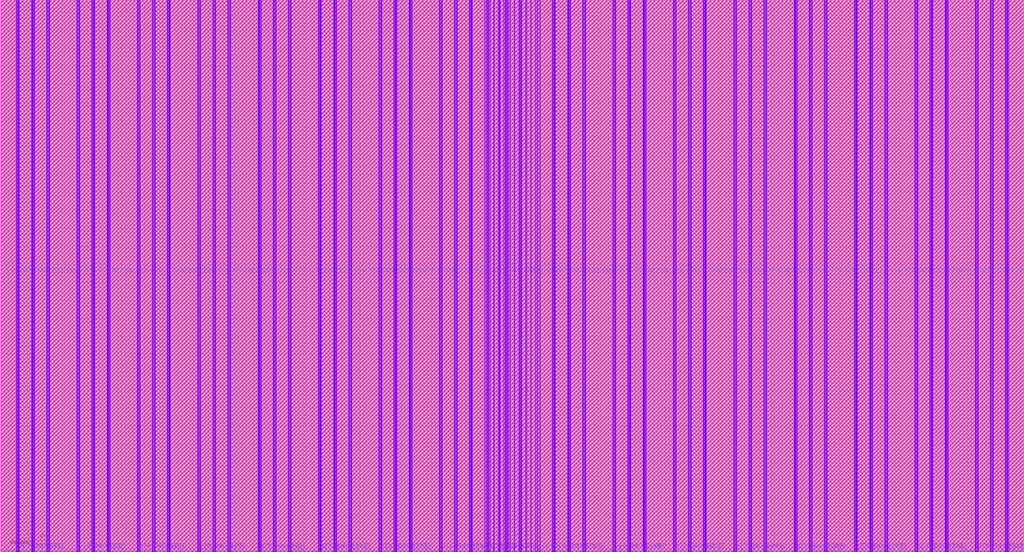
<source format=lef>
/*
     Copyright (c) 2023 SMIC             
     Filename:      S55NLLGSPH_X512Y16D32_BW.lef
     IP code:       S55NLLGSPH
     Version:       1.1.a
     CreateDate:    2023-2-15        
                    
    LEF for General Single-PORT SRAM
    SMIC 55nm LL Logic Process

    Configuration: -instname S55NLLGSPH_X512Y16D32_BW -rows 512 -bits 32 -mux 16 
    Redundancy: Off
    Bit-Write: On
*/

# DISCLAIMER                                                                      
#                                                                                   
#   SMIC hereby provides the quality information to you but makes no claims,      
# promises or guarantees about the accuracy, completeness, or adequacy of the     
# information herein. The information contained herein is provided on an "AS IS"  
# basis without any warranty, and SMIC assumes no obligation to provide support   
# of any kind or otherwise maintain the information.                                
#   SMIC disclaims any representation that the information does not infringe any  
# intellectual property rights or proprietary rights of any third parties. SMIC   
# makes no other warranty, whether express, implied or statutory as to any        
# matter whatsoever, including but not limited to the accuracy or sufficiency of  
# any information or the merchantability and fitness for a particular purpose.    
# Neither SMIC nor any of its representatives shall be liable for any cause of    
# action incurred to connect to this service.                                       
#                                                                                 
# STATEMENT OF USE AND CONFIDENTIALITY                                              
#                                                                                   
#   The following/attached material contains confidential and proprietary           
# information of SMIC. This material is based upon information which SMIC           
# considers reliable, but SMIC neither represents nor warrants that such          
# information is accurate or complete, and it must not be relied upon as such.    
# This information was prepared for informational purposes and is for the use     
# by SMIC's customer only. SMIC reserves the right to make changes in the           
# information at any time without notice.                                           
#   No part of this information may be reproduced, transmitted, transcribed,        
# stored in a retrieval system, or translated into any human or computer           
# language, in any form or by any means, electronic, mechanical, magnetic,          
# optical, chemical, manual, or otherwise, without the prior written consent of   
# SMIC. Any unauthorized use or disclosure of this material is strictly             
# prohibited and may be unlawful. By accepting this material, the receiving         
# party shall be deemed to have acknowledged, accepted, and agreed to be bound    
# by the foregoing limitations and restrictions. Thank you.                         
#                                                                                   

VERSION 5.4 ;
NAMESCASESENSITIVE ON ;
BUSBITCHARS "[]" ;
DIVIDERCHAR "/" ;

MACRO S55NLLGSPH_X512Y16D32_BW
 CLASS BLOCK ;
 ORIGIN 0 0 ;
 SYMMETRY X Y R90 ;
 SIZE 569.26 BY 307.045 ;

 PIN A[11]
 DIRECTION INPUT ;
 USE SIGNAL ;
 PORT
 LAYER M3 ;
 RECT 270.025 0 270.225 0.48 ;
 END
 PORT
 LAYER M2 ;
 RECT 270.025 0 270.225 0.48 ;
 END
 PORT
 LAYER M1 ;
 RECT 270.025 0 270.225 0.48 ;
 END
 ANTENNAGATEAREA 0.025 ;
 ANTENNADIFFAREA 0.060 ; 
 END A[11]

 PIN A[12]
 DIRECTION INPUT ;
 USE SIGNAL ;
 PORT
 LAYER M3 ;
 RECT 270.425 0 270.625 0.48 ;
 END
 PORT
 LAYER M2 ;
 RECT 270.425 0 270.625 0.48 ;
 END
 PORT
 LAYER M1 ;
 RECT 270.425 0 270.625 0.48 ;
 END
 ANTENNAGATEAREA 0.025 ;
 ANTENNADIFFAREA 0.060 ; 
 END A[12]

 PIN A[9]
 DIRECTION INPUT ;
 USE SIGNAL ;
 PORT
 LAYER M3 ;
 RECT 270.825 0 271.025 0.48 ;
 END
 PORT
 LAYER M2 ;
 RECT 270.825 0 271.025 0.48 ;
 END
 PORT
 LAYER M1 ;
 RECT 270.825 0 271.025 0.48 ;
 END
 ANTENNAGATEAREA 0.025 ;
 ANTENNADIFFAREA 0.060 ; 
 END A[9]

 PIN A[10]
 DIRECTION INPUT ;
 USE SIGNAL ;
 PORT
 LAYER M3 ;
 RECT 271.225 0 271.425 0.48 ;
 END
 PORT
 LAYER M2 ;
 RECT 271.225 0 271.425 0.48 ;
 END
 PORT
 LAYER M1 ;
 RECT 271.225 0 271.425 0.48 ;
 END
 ANTENNAGATEAREA 0.025 ;
 ANTENNADIFFAREA 0.060 ; 
 END A[10]

 PIN A[3]
 DIRECTION INPUT ;
 USE SIGNAL ;
 PORT
 LAYER M3 ;
 RECT 276.905 0 277.105 0.48 ;
 END
 PORT
 LAYER M2 ;
 RECT 276.905 0 277.105 0.48 ;
 END
 PORT
 LAYER M1 ;
 RECT 276.905 0 277.105 0.48 ;
 END
 ANTENNAGATEAREA 0.025 ;
 ANTENNADIFFAREA 0.060 ; 
 END A[3]

 PIN A[7]
 DIRECTION INPUT ;
 USE SIGNAL ;
 PORT
 LAYER M3 ;
 RECT 277.305 0 277.505 0.48 ;
 END
 PORT
 LAYER M2 ;
 RECT 277.305 0 277.505 0.48 ;
 END
 PORT
 LAYER M1 ;
 RECT 277.305 0 277.505 0.48 ;
 END
 ANTENNAGATEAREA 0.025 ;
 ANTENNADIFFAREA 0.060 ; 
 END A[7]

 PIN A[8]
 DIRECTION INPUT ;
 USE SIGNAL ;
 PORT
 LAYER M3 ;
 RECT 280.205 0 280.405 0.48 ;
 END
 PORT
 LAYER M2 ;
 RECT 280.205 0 280.405 0.48 ;
 END
 PORT
 LAYER M1 ;
 RECT 280.205 0 280.405 0.48 ;
 END
 ANTENNAGATEAREA 0.025 ;
 ANTENNADIFFAREA 0.060 ; 
 END A[8]

 PIN A[4]
 DIRECTION INPUT ;
 USE SIGNAL ;
 PORT
 LAYER M3 ;
 RECT 280.655 0 280.855 0.48 ;
 END
 PORT
 LAYER M2 ;
 RECT 280.655 0 280.855 0.48 ;
 END
 PORT
 LAYER M1 ;
 RECT 280.655 0 280.855 0.48 ;
 END
 ANTENNAGATEAREA 0.025 ;
 ANTENNADIFFAREA 0.060 ; 
 END A[4]

 PIN A[6]
 DIRECTION INPUT ;
 USE SIGNAL ;
 PORT
 LAYER M3 ;
 RECT 281.105 0 281.305 0.48 ;
 END
 PORT
 LAYER M2 ;
 RECT 281.105 0 281.305 0.48 ;
 END
 PORT
 LAYER M1 ;
 RECT 281.105 0 281.305 0.48 ;
 END
 ANTENNAGATEAREA 0.025 ;
 ANTENNADIFFAREA 0.060 ; 
 END A[6]

 PIN CEN
 DIRECTION INPUT ;
 USE SIGNAL ;
 PORT
 LAYER M3 ;
 RECT 281.555 0 281.755 0.48 ;
 END
 PORT
 LAYER M2 ;
 RECT 281.555 0 281.755 0.48 ;
 END
 PORT
 LAYER M1 ;
 RECT 281.555 0 281.755 0.48 ;
 END
 ANTENNAGATEAREA 0.025 ;
 ANTENNADIFFAREA 0.060 ; 
 END CEN

 PIN CLK
 DIRECTION INPUT ;
 USE SIGNAL ;
 PORT
 LAYER M3 ;
 RECT 282.01 0 282.21 0.48 ;
 END
 PORT
 LAYER M2 ;
 RECT 282.01 0 282.21 0.48 ;
 END
 PORT
 LAYER M1 ;
 RECT 282.01 0 282.21 0.48 ;
 END
 ANTENNAGATEAREA 0.025 ;
 ANTENNADIFFAREA 0.060 ; 
 END CLK

 PIN A[5]
 DIRECTION INPUT ;
 USE SIGNAL ;
 PORT
 LAYER M3 ;
 RECT 288.395 0 288.595 0.48 ;
 END
 PORT
 LAYER M2 ;
 RECT 288.395 0 288.595 0.48 ;
 END
 PORT
 LAYER M1 ;
 RECT 288.395 0 288.595 0.48 ;
 END
 ANTENNAGATEAREA 0.025 ;
 ANTENNADIFFAREA 0.060 ; 
 END A[5]

 PIN A[0]
 DIRECTION INPUT ;
 USE SIGNAL ;
 PORT
 LAYER M3 ;
 RECT 288.795 0 288.995 0.48 ;
 END
 PORT
 LAYER M2 ;
 RECT 288.795 0 288.995 0.48 ;
 END
 PORT
 LAYER M1 ;
 RECT 288.795 0 288.995 0.48 ;
 END
 ANTENNAGATEAREA 0.025 ;
 ANTENNADIFFAREA 0.060 ; 
 END A[0]

 PIN A[1]
 DIRECTION INPUT ;
 USE SIGNAL ;
 PORT
 LAYER M3 ;
 RECT 289.195 0 289.395 0.48 ;
 END
 PORT
 LAYER M2 ;
 RECT 289.195 0 289.395 0.48 ;
 END
 PORT
 LAYER M1 ;
 RECT 289.195 0 289.395 0.48 ;
 END
 ANTENNAGATEAREA 0.025 ;
 ANTENNADIFFAREA 0.060 ; 
 END A[1]

 PIN WEN
 DIRECTION INPUT ;
 USE SIGNAL ;
 PORT
 LAYER M3 ;
 RECT 292.18 0 292.38 0.48 ;
 END
 PORT
 LAYER M2 ;
 RECT 292.18 0 292.38 0.48 ;
 END
 PORT
 LAYER M1 ;
 RECT 292.18 0 292.38 0.48 ;
 END
 ANTENNAGATEAREA 0.025 ;
 ANTENNADIFFAREA 0.060 ; 
 END WEN

 PIN A[2]
 DIRECTION INPUT ;
 USE SIGNAL ;
 PORT
 LAYER M3 ;
 RECT 298.195 0 298.395 0.48 ;
 END
 PORT
 LAYER M2 ;
 RECT 298.195 0 298.395 0.48 ;
 END
 PORT
 LAYER M1 ;
 RECT 298.195 0 298.395 0.48 ;
 END
 ANTENNAGATEAREA 0.025 ;
 ANTENNADIFFAREA 0.060 ; 
 END A[2]

 PIN Q[0]
 DIRECTION OUTPUT ;
 USE SIGNAL ;
 PORT
 LAYER M3 ;
 RECT 9.155 0 9.355 0.48 ;
 END
 PORT
 LAYER M2 ;
 RECT 9.155 0 9.355 0.48 ;
 END
 PORT
 LAYER M1 ;
 RECT 9.155 0 9.355 0.48 ;
 END
 ANTENNAGATEAREA 0.025 ;
 ANTENNADIFFAREA 0.060 ; 
 END Q[0]

 PIN D[0]
 DIRECTION INPUT ;
 USE SIGNAL ;
 PORT
 LAYER M3 ;
 RECT 9.755 0 9.955 0.48 ;
 END
 PORT
 LAYER M2 ;
 RECT 9.755 0 9.955 0.48 ;
 END
 PORT
 LAYER M1 ;
 RECT 9.755 0 9.955 0.48 ;
 END
 ANTENNAGATEAREA 0.025 ;
 ANTENNADIFFAREA 0.060 ; 
 END D[0]

 PIN BWEN[0]
 DIRECTION INPUT ;
 USE SIGNAL ;
 PORT
 LAYER M3 ;
 RECT 17.555 0 17.755 0.48 ;
 END
 PORT
 LAYER M2 ;
 RECT 17.555 0 17.755 0.48 ;
 END
 PORT
 LAYER M1 ;
 RECT 17.555 0 17.755 0.48 ;
 END
 ANTENNAGATEAREA 0.025 ;
 ANTENNADIFFAREA 0.060 ; 
 END BWEN[0]

 PIN BWEN[1]
 DIRECTION INPUT ;
 USE SIGNAL ;
 PORT
 LAYER M3 ;
 RECT 18.155 0 18.355 0.48 ;
 END
 PORT
 LAYER M2 ;
 RECT 18.155 0 18.355 0.48 ;
 END
 PORT
 LAYER M1 ;
 RECT 18.155 0 18.355 0.48 ;
 END
 ANTENNAGATEAREA 0.025 ;
 ANTENNADIFFAREA 0.060 ; 
 END BWEN[1]

 PIN D[1]
 DIRECTION INPUT ;
 USE SIGNAL ;
 PORT
 LAYER M3 ;
 RECT 25.955 0 26.155 0.48 ;
 END
 PORT
 LAYER M2 ;
 RECT 25.955 0 26.155 0.48 ;
 END
 PORT
 LAYER M1 ;
 RECT 25.955 0 26.155 0.48 ;
 END
 ANTENNAGATEAREA 0.025 ;
 ANTENNADIFFAREA 0.060 ; 
 END D[1]

 PIN Q[1]
 DIRECTION OUTPUT ;
 USE SIGNAL ;
 PORT
 LAYER M3 ;
 RECT 26.555 0 26.755 0.48 ;
 END
 PORT
 LAYER M2 ;
 RECT 26.555 0 26.755 0.48 ;
 END
 PORT
 LAYER M1 ;
 RECT 26.555 0 26.755 0.48 ;
 END
 ANTENNAGATEAREA 0.025 ;
 ANTENNADIFFAREA 0.060 ; 
 END Q[1]

 PIN Q[2]
 DIRECTION OUTPUT ;
 USE SIGNAL ;
 PORT
 LAYER M3 ;
 RECT 42.755 0 42.955 0.48 ;
 END
 PORT
 LAYER M2 ;
 RECT 42.755 0 42.955 0.48 ;
 END
 PORT
 LAYER M1 ;
 RECT 42.755 0 42.955 0.48 ;
 END
 ANTENNAGATEAREA 0.025 ;
 ANTENNADIFFAREA 0.060 ; 
 END Q[2]

 PIN D[2]
 DIRECTION INPUT ;
 USE SIGNAL ;
 PORT
 LAYER M3 ;
 RECT 43.355 0 43.555 0.48 ;
 END
 PORT
 LAYER M2 ;
 RECT 43.355 0 43.555 0.48 ;
 END
 PORT
 LAYER M1 ;
 RECT 43.355 0 43.555 0.48 ;
 END
 ANTENNAGATEAREA 0.025 ;
 ANTENNADIFFAREA 0.060 ; 
 END D[2]

 PIN BWEN[2]
 DIRECTION INPUT ;
 USE SIGNAL ;
 PORT
 LAYER M3 ;
 RECT 51.155 0 51.355 0.48 ;
 END
 PORT
 LAYER M2 ;
 RECT 51.155 0 51.355 0.48 ;
 END
 PORT
 LAYER M1 ;
 RECT 51.155 0 51.355 0.48 ;
 END
 ANTENNAGATEAREA 0.025 ;
 ANTENNADIFFAREA 0.060 ; 
 END BWEN[2]

 PIN BWEN[3]
 DIRECTION INPUT ;
 USE SIGNAL ;
 PORT
 LAYER M3 ;
 RECT 51.755 0 51.955 0.48 ;
 END
 PORT
 LAYER M2 ;
 RECT 51.755 0 51.955 0.48 ;
 END
 PORT
 LAYER M1 ;
 RECT 51.755 0 51.955 0.48 ;
 END
 ANTENNAGATEAREA 0.025 ;
 ANTENNADIFFAREA 0.060 ; 
 END BWEN[3]

 PIN D[3]
 DIRECTION INPUT ;
 USE SIGNAL ;
 PORT
 LAYER M3 ;
 RECT 59.555 0 59.755 0.48 ;
 END
 PORT
 LAYER M2 ;
 RECT 59.555 0 59.755 0.48 ;
 END
 PORT
 LAYER M1 ;
 RECT 59.555 0 59.755 0.48 ;
 END
 ANTENNAGATEAREA 0.025 ;
 ANTENNADIFFAREA 0.060 ; 
 END D[3]

 PIN Q[3]
 DIRECTION OUTPUT ;
 USE SIGNAL ;
 PORT
 LAYER M3 ;
 RECT 60.155 0 60.355 0.48 ;
 END
 PORT
 LAYER M2 ;
 RECT 60.155 0 60.355 0.48 ;
 END
 PORT
 LAYER M1 ;
 RECT 60.155 0 60.355 0.48 ;
 END
 ANTENNAGATEAREA 0.025 ;
 ANTENNADIFFAREA 0.060 ; 
 END Q[3]

 PIN Q[4]
 DIRECTION OUTPUT ;
 USE SIGNAL ;
 PORT
 LAYER M3 ;
 RECT 76.355 0 76.555 0.48 ;
 END
 PORT
 LAYER M2 ;
 RECT 76.355 0 76.555 0.48 ;
 END
 PORT
 LAYER M1 ;
 RECT 76.355 0 76.555 0.48 ;
 END
 ANTENNAGATEAREA 0.025 ;
 ANTENNADIFFAREA 0.060 ; 
 END Q[4]

 PIN D[4]
 DIRECTION INPUT ;
 USE SIGNAL ;
 PORT
 LAYER M3 ;
 RECT 76.955 0 77.155 0.48 ;
 END
 PORT
 LAYER M2 ;
 RECT 76.955 0 77.155 0.48 ;
 END
 PORT
 LAYER M1 ;
 RECT 76.955 0 77.155 0.48 ;
 END
 ANTENNAGATEAREA 0.025 ;
 ANTENNADIFFAREA 0.060 ; 
 END D[4]

 PIN BWEN[4]
 DIRECTION INPUT ;
 USE SIGNAL ;
 PORT
 LAYER M3 ;
 RECT 84.755 0 84.955 0.48 ;
 END
 PORT
 LAYER M2 ;
 RECT 84.755 0 84.955 0.48 ;
 END
 PORT
 LAYER M1 ;
 RECT 84.755 0 84.955 0.48 ;
 END
 ANTENNAGATEAREA 0.025 ;
 ANTENNADIFFAREA 0.060 ; 
 END BWEN[4]

 PIN BWEN[5]
 DIRECTION INPUT ;
 USE SIGNAL ;
 PORT
 LAYER M3 ;
 RECT 85.355 0 85.555 0.48 ;
 END
 PORT
 LAYER M2 ;
 RECT 85.355 0 85.555 0.48 ;
 END
 PORT
 LAYER M1 ;
 RECT 85.355 0 85.555 0.48 ;
 END
 ANTENNAGATEAREA 0.025 ;
 ANTENNADIFFAREA 0.060 ; 
 END BWEN[5]

 PIN D[5]
 DIRECTION INPUT ;
 USE SIGNAL ;
 PORT
 LAYER M3 ;
 RECT 93.155 0 93.355 0.48 ;
 END
 PORT
 LAYER M2 ;
 RECT 93.155 0 93.355 0.48 ;
 END
 PORT
 LAYER M1 ;
 RECT 93.155 0 93.355 0.48 ;
 END
 ANTENNAGATEAREA 0.025 ;
 ANTENNADIFFAREA 0.060 ; 
 END D[5]

 PIN Q[5]
 DIRECTION OUTPUT ;
 USE SIGNAL ;
 PORT
 LAYER M3 ;
 RECT 93.755 0 93.955 0.48 ;
 END
 PORT
 LAYER M2 ;
 RECT 93.755 0 93.955 0.48 ;
 END
 PORT
 LAYER M1 ;
 RECT 93.755 0 93.955 0.48 ;
 END
 ANTENNAGATEAREA 0.025 ;
 ANTENNADIFFAREA 0.060 ; 
 END Q[5]

 PIN Q[6]
 DIRECTION OUTPUT ;
 USE SIGNAL ;
 PORT
 LAYER M3 ;
 RECT 109.955 0 110.155 0.48 ;
 END
 PORT
 LAYER M2 ;
 RECT 109.955 0 110.155 0.48 ;
 END
 PORT
 LAYER M1 ;
 RECT 109.955 0 110.155 0.48 ;
 END
 ANTENNAGATEAREA 0.025 ;
 ANTENNADIFFAREA 0.060 ; 
 END Q[6]

 PIN D[6]
 DIRECTION INPUT ;
 USE SIGNAL ;
 PORT
 LAYER M3 ;
 RECT 110.555 0 110.755 0.48 ;
 END
 PORT
 LAYER M2 ;
 RECT 110.555 0 110.755 0.48 ;
 END
 PORT
 LAYER M1 ;
 RECT 110.555 0 110.755 0.48 ;
 END
 ANTENNAGATEAREA 0.025 ;
 ANTENNADIFFAREA 0.060 ; 
 END D[6]

 PIN BWEN[6]
 DIRECTION INPUT ;
 USE SIGNAL ;
 PORT
 LAYER M3 ;
 RECT 118.355 0 118.555 0.48 ;
 END
 PORT
 LAYER M2 ;
 RECT 118.355 0 118.555 0.48 ;
 END
 PORT
 LAYER M1 ;
 RECT 118.355 0 118.555 0.48 ;
 END
 ANTENNAGATEAREA 0.025 ;
 ANTENNADIFFAREA 0.060 ; 
 END BWEN[6]

 PIN BWEN[7]
 DIRECTION INPUT ;
 USE SIGNAL ;
 PORT
 LAYER M3 ;
 RECT 118.955 0 119.155 0.48 ;
 END
 PORT
 LAYER M2 ;
 RECT 118.955 0 119.155 0.48 ;
 END
 PORT
 LAYER M1 ;
 RECT 118.955 0 119.155 0.48 ;
 END
 ANTENNAGATEAREA 0.025 ;
 ANTENNADIFFAREA 0.060 ; 
 END BWEN[7]

 PIN D[7]
 DIRECTION INPUT ;
 USE SIGNAL ;
 PORT
 LAYER M3 ;
 RECT 126.755 0 126.955 0.48 ;
 END
 PORT
 LAYER M2 ;
 RECT 126.755 0 126.955 0.48 ;
 END
 PORT
 LAYER M1 ;
 RECT 126.755 0 126.955 0.48 ;
 END
 ANTENNAGATEAREA 0.025 ;
 ANTENNADIFFAREA 0.060 ; 
 END D[7]

 PIN Q[7]
 DIRECTION OUTPUT ;
 USE SIGNAL ;
 PORT
 LAYER M3 ;
 RECT 127.355 0 127.555 0.48 ;
 END
 PORT
 LAYER M2 ;
 RECT 127.355 0 127.555 0.48 ;
 END
 PORT
 LAYER M1 ;
 RECT 127.355 0 127.555 0.48 ;
 END
 ANTENNAGATEAREA 0.025 ;
 ANTENNADIFFAREA 0.060 ; 
 END Q[7]

 PIN Q[8]
 DIRECTION OUTPUT ;
 USE SIGNAL ;
 PORT
 LAYER M3 ;
 RECT 143.555 0 143.755 0.48 ;
 END
 PORT
 LAYER M2 ;
 RECT 143.555 0 143.755 0.48 ;
 END
 PORT
 LAYER M1 ;
 RECT 143.555 0 143.755 0.48 ;
 END
 ANTENNAGATEAREA 0.025 ;
 ANTENNADIFFAREA 0.060 ; 
 END Q[8]

 PIN D[8]
 DIRECTION INPUT ;
 USE SIGNAL ;
 PORT
 LAYER M3 ;
 RECT 144.155 0 144.355 0.48 ;
 END
 PORT
 LAYER M2 ;
 RECT 144.155 0 144.355 0.48 ;
 END
 PORT
 LAYER M1 ;
 RECT 144.155 0 144.355 0.48 ;
 END
 ANTENNAGATEAREA 0.025 ;
 ANTENNADIFFAREA 0.060 ; 
 END D[8]

 PIN BWEN[8]
 DIRECTION INPUT ;
 USE SIGNAL ;
 PORT
 LAYER M3 ;
 RECT 151.955 0 152.155 0.48 ;
 END
 PORT
 LAYER M2 ;
 RECT 151.955 0 152.155 0.48 ;
 END
 PORT
 LAYER M1 ;
 RECT 151.955 0 152.155 0.48 ;
 END
 ANTENNAGATEAREA 0.025 ;
 ANTENNADIFFAREA 0.060 ; 
 END BWEN[8]

 PIN BWEN[9]
 DIRECTION INPUT ;
 USE SIGNAL ;
 PORT
 LAYER M3 ;
 RECT 152.555 0 152.755 0.48 ;
 END
 PORT
 LAYER M2 ;
 RECT 152.555 0 152.755 0.48 ;
 END
 PORT
 LAYER M1 ;
 RECT 152.555 0 152.755 0.48 ;
 END
 ANTENNAGATEAREA 0.025 ;
 ANTENNADIFFAREA 0.060 ; 
 END BWEN[9]

 PIN D[9]
 DIRECTION INPUT ;
 USE SIGNAL ;
 PORT
 LAYER M3 ;
 RECT 160.355 0 160.555 0.48 ;
 END
 PORT
 LAYER M2 ;
 RECT 160.355 0 160.555 0.48 ;
 END
 PORT
 LAYER M1 ;
 RECT 160.355 0 160.555 0.48 ;
 END
 ANTENNAGATEAREA 0.025 ;
 ANTENNADIFFAREA 0.060 ; 
 END D[9]

 PIN Q[9]
 DIRECTION OUTPUT ;
 USE SIGNAL ;
 PORT
 LAYER M3 ;
 RECT 160.955 0 161.155 0.48 ;
 END
 PORT
 LAYER M2 ;
 RECT 160.955 0 161.155 0.48 ;
 END
 PORT
 LAYER M1 ;
 RECT 160.955 0 161.155 0.48 ;
 END
 ANTENNAGATEAREA 0.025 ;
 ANTENNADIFFAREA 0.060 ; 
 END Q[9]

 PIN Q[10]
 DIRECTION OUTPUT ;
 USE SIGNAL ;
 PORT
 LAYER M3 ;
 RECT 177.155 0 177.355 0.48 ;
 END
 PORT
 LAYER M2 ;
 RECT 177.155 0 177.355 0.48 ;
 END
 PORT
 LAYER M1 ;
 RECT 177.155 0 177.355 0.48 ;
 END
 ANTENNAGATEAREA 0.025 ;
 ANTENNADIFFAREA 0.060 ; 
 END Q[10]

 PIN D[10]
 DIRECTION INPUT ;
 USE SIGNAL ;
 PORT
 LAYER M3 ;
 RECT 177.755 0 177.955 0.48 ;
 END
 PORT
 LAYER M2 ;
 RECT 177.755 0 177.955 0.48 ;
 END
 PORT
 LAYER M1 ;
 RECT 177.755 0 177.955 0.48 ;
 END
 ANTENNAGATEAREA 0.025 ;
 ANTENNADIFFAREA 0.060 ; 
 END D[10]

 PIN BWEN[10]
 DIRECTION INPUT ;
 USE SIGNAL ;
 PORT
 LAYER M3 ;
 RECT 185.555 0 185.755 0.48 ;
 END
 PORT
 LAYER M2 ;
 RECT 185.555 0 185.755 0.48 ;
 END
 PORT
 LAYER M1 ;
 RECT 185.555 0 185.755 0.48 ;
 END
 ANTENNAGATEAREA 0.025 ;
 ANTENNADIFFAREA 0.060 ; 
 END BWEN[10]

 PIN BWEN[11]
 DIRECTION INPUT ;
 USE SIGNAL ;
 PORT
 LAYER M3 ;
 RECT 186.155 0 186.355 0.48 ;
 END
 PORT
 LAYER M2 ;
 RECT 186.155 0 186.355 0.48 ;
 END
 PORT
 LAYER M1 ;
 RECT 186.155 0 186.355 0.48 ;
 END
 ANTENNAGATEAREA 0.025 ;
 ANTENNADIFFAREA 0.060 ; 
 END BWEN[11]

 PIN D[11]
 DIRECTION INPUT ;
 USE SIGNAL ;
 PORT
 LAYER M3 ;
 RECT 193.955 0 194.155 0.48 ;
 END
 PORT
 LAYER M2 ;
 RECT 193.955 0 194.155 0.48 ;
 END
 PORT
 LAYER M1 ;
 RECT 193.955 0 194.155 0.48 ;
 END
 ANTENNAGATEAREA 0.025 ;
 ANTENNADIFFAREA 0.060 ; 
 END D[11]

 PIN Q[11]
 DIRECTION OUTPUT ;
 USE SIGNAL ;
 PORT
 LAYER M3 ;
 RECT 194.555 0 194.755 0.48 ;
 END
 PORT
 LAYER M2 ;
 RECT 194.555 0 194.755 0.48 ;
 END
 PORT
 LAYER M1 ;
 RECT 194.555 0 194.755 0.48 ;
 END
 ANTENNAGATEAREA 0.025 ;
 ANTENNADIFFAREA 0.060 ; 
 END Q[11]

 PIN Q[12]
 DIRECTION OUTPUT ;
 USE SIGNAL ;
 PORT
 LAYER M3 ;
 RECT 210.755 0 210.955 0.48 ;
 END
 PORT
 LAYER M2 ;
 RECT 210.755 0 210.955 0.48 ;
 END
 PORT
 LAYER M1 ;
 RECT 210.755 0 210.955 0.48 ;
 END
 ANTENNAGATEAREA 0.025 ;
 ANTENNADIFFAREA 0.060 ; 
 END Q[12]

 PIN D[12]
 DIRECTION INPUT ;
 USE SIGNAL ;
 PORT
 LAYER M3 ;
 RECT 211.355 0 211.555 0.48 ;
 END
 PORT
 LAYER M2 ;
 RECT 211.355 0 211.555 0.48 ;
 END
 PORT
 LAYER M1 ;
 RECT 211.355 0 211.555 0.48 ;
 END
 ANTENNAGATEAREA 0.025 ;
 ANTENNADIFFAREA 0.060 ; 
 END D[12]

 PIN BWEN[12]
 DIRECTION INPUT ;
 USE SIGNAL ;
 PORT
 LAYER M3 ;
 RECT 219.155 0 219.355 0.48 ;
 END
 PORT
 LAYER M2 ;
 RECT 219.155 0 219.355 0.48 ;
 END
 PORT
 LAYER M1 ;
 RECT 219.155 0 219.355 0.48 ;
 END
 ANTENNAGATEAREA 0.025 ;
 ANTENNADIFFAREA 0.060 ; 
 END BWEN[12]

 PIN BWEN[13]
 DIRECTION INPUT ;
 USE SIGNAL ;
 PORT
 LAYER M3 ;
 RECT 219.755 0 219.955 0.48 ;
 END
 PORT
 LAYER M2 ;
 RECT 219.755 0 219.955 0.48 ;
 END
 PORT
 LAYER M1 ;
 RECT 219.755 0 219.955 0.48 ;
 END
 ANTENNAGATEAREA 0.025 ;
 ANTENNADIFFAREA 0.060 ; 
 END BWEN[13]

 PIN D[13]
 DIRECTION INPUT ;
 USE SIGNAL ;
 PORT
 LAYER M3 ;
 RECT 227.555 0 227.755 0.48 ;
 END
 PORT
 LAYER M2 ;
 RECT 227.555 0 227.755 0.48 ;
 END
 PORT
 LAYER M1 ;
 RECT 227.555 0 227.755 0.48 ;
 END
 ANTENNAGATEAREA 0.025 ;
 ANTENNADIFFAREA 0.060 ; 
 END D[13]

 PIN Q[13]
 DIRECTION OUTPUT ;
 USE SIGNAL ;
 PORT
 LAYER M3 ;
 RECT 228.155 0 228.355 0.48 ;
 END
 PORT
 LAYER M2 ;
 RECT 228.155 0 228.355 0.48 ;
 END
 PORT
 LAYER M1 ;
 RECT 228.155 0 228.355 0.48 ;
 END
 ANTENNAGATEAREA 0.025 ;
 ANTENNADIFFAREA 0.060 ; 
 END Q[13]

 PIN Q[14]
 DIRECTION OUTPUT ;
 USE SIGNAL ;
 PORT
 LAYER M3 ;
 RECT 244.355 0 244.555 0.48 ;
 END
 PORT
 LAYER M2 ;
 RECT 244.355 0 244.555 0.48 ;
 END
 PORT
 LAYER M1 ;
 RECT 244.355 0 244.555 0.48 ;
 END
 ANTENNAGATEAREA 0.025 ;
 ANTENNADIFFAREA 0.060 ; 
 END Q[14]

 PIN D[14]
 DIRECTION INPUT ;
 USE SIGNAL ;
 PORT
 LAYER M3 ;
 RECT 244.955 0 245.155 0.48 ;
 END
 PORT
 LAYER M2 ;
 RECT 244.955 0 245.155 0.48 ;
 END
 PORT
 LAYER M1 ;
 RECT 244.955 0 245.155 0.48 ;
 END
 ANTENNAGATEAREA 0.025 ;
 ANTENNADIFFAREA 0.060 ; 
 END D[14]

 PIN BWEN[14]
 DIRECTION INPUT ;
 USE SIGNAL ;
 PORT
 LAYER M3 ;
 RECT 252.755 0 252.955 0.48 ;
 END
 PORT
 LAYER M2 ;
 RECT 252.755 0 252.955 0.48 ;
 END
 PORT
 LAYER M1 ;
 RECT 252.755 0 252.955 0.48 ;
 END
 ANTENNAGATEAREA 0.025 ;
 ANTENNADIFFAREA 0.060 ; 
 END BWEN[14]

 PIN BWEN[15]
 DIRECTION INPUT ;
 USE SIGNAL ;
 PORT
 LAYER M3 ;
 RECT 253.355 0 253.555 0.48 ;
 END
 PORT
 LAYER M2 ;
 RECT 253.355 0 253.555 0.48 ;
 END
 PORT
 LAYER M1 ;
 RECT 253.355 0 253.555 0.48 ;
 END
 ANTENNAGATEAREA 0.025 ;
 ANTENNADIFFAREA 0.060 ; 
 END BWEN[15]

 PIN D[15]
 DIRECTION INPUT ;
 USE SIGNAL ;
 PORT
 LAYER M3 ;
 RECT 261.155 0 261.355 0.48 ;
 END
 PORT
 LAYER M2 ;
 RECT 261.155 0 261.355 0.48 ;
 END
 PORT
 LAYER M1 ;
 RECT 261.155 0 261.355 0.48 ;
 END
 ANTENNAGATEAREA 0.025 ;
 ANTENNADIFFAREA 0.060 ; 
 END D[15]

 PIN Q[15]
 DIRECTION OUTPUT ;
 USE SIGNAL ;
 PORT
 LAYER M3 ;
 RECT 261.755 0 261.955 0.48 ;
 END
 PORT
 LAYER M2 ;
 RECT 261.755 0 261.955 0.48 ;
 END
 PORT
 LAYER M1 ;
 RECT 261.755 0 261.955 0.48 ;
 END
 ANTENNAGATEAREA 0.025 ;
 ANTENNADIFFAREA 0.060 ; 
 END Q[15]

 PIN Q[16]
 DIRECTION OUTPUT ;
 USE SIGNAL ;
 PORT
 LAYER M3 ;
 RECT 307.305 0 307.505 0.48 ;
 END
 PORT
 LAYER M2 ;
 RECT 307.305 0 307.505 0.48 ;
 END
 PORT
 LAYER M1 ;
 RECT 307.305 0 307.505 0.48 ;
 END
 ANTENNAGATEAREA 0.025 ;
 ANTENNADIFFAREA 0.060 ; 
 END Q[16]

 PIN D[16]
 DIRECTION INPUT ;
 USE SIGNAL ;
 PORT
 LAYER M3 ;
 RECT 307.905 0 308.105 0.48 ;
 END
 PORT
 LAYER M2 ;
 RECT 307.905 0 308.105 0.48 ;
 END
 PORT
 LAYER M1 ;
 RECT 307.905 0 308.105 0.48 ;
 END
 ANTENNAGATEAREA 0.025 ;
 ANTENNADIFFAREA 0.060 ; 
 END D[16]

 PIN BWEN[16]
 DIRECTION INPUT ;
 USE SIGNAL ;
 PORT
 LAYER M3 ;
 RECT 315.705 0 315.905 0.48 ;
 END
 PORT
 LAYER M2 ;
 RECT 315.705 0 315.905 0.48 ;
 END
 PORT
 LAYER M1 ;
 RECT 315.705 0 315.905 0.48 ;
 END
 ANTENNAGATEAREA 0.025 ;
 ANTENNADIFFAREA 0.060 ; 
 END BWEN[16]

 PIN BWEN[17]
 DIRECTION INPUT ;
 USE SIGNAL ;
 PORT
 LAYER M3 ;
 RECT 316.305 0 316.505 0.48 ;
 END
 PORT
 LAYER M2 ;
 RECT 316.305 0 316.505 0.48 ;
 END
 PORT
 LAYER M1 ;
 RECT 316.305 0 316.505 0.48 ;
 END
 ANTENNAGATEAREA 0.025 ;
 ANTENNADIFFAREA 0.060 ; 
 END BWEN[17]

 PIN D[17]
 DIRECTION INPUT ;
 USE SIGNAL ;
 PORT
 LAYER M3 ;
 RECT 324.105 0 324.305 0.48 ;
 END
 PORT
 LAYER M2 ;
 RECT 324.105 0 324.305 0.48 ;
 END
 PORT
 LAYER M1 ;
 RECT 324.105 0 324.305 0.48 ;
 END
 ANTENNAGATEAREA 0.025 ;
 ANTENNADIFFAREA 0.060 ; 
 END D[17]

 PIN Q[17]
 DIRECTION OUTPUT ;
 USE SIGNAL ;
 PORT
 LAYER M3 ;
 RECT 324.705 0 324.905 0.48 ;
 END
 PORT
 LAYER M2 ;
 RECT 324.705 0 324.905 0.48 ;
 END
 PORT
 LAYER M1 ;
 RECT 324.705 0 324.905 0.48 ;
 END
 ANTENNAGATEAREA 0.025 ;
 ANTENNADIFFAREA 0.060 ; 
 END Q[17]

 PIN Q[18]
 DIRECTION OUTPUT ;
 USE SIGNAL ;
 PORT
 LAYER M3 ;
 RECT 340.905 0 341.105 0.48 ;
 END
 PORT
 LAYER M2 ;
 RECT 340.905 0 341.105 0.48 ;
 END
 PORT
 LAYER M1 ;
 RECT 340.905 0 341.105 0.48 ;
 END
 ANTENNAGATEAREA 0.025 ;
 ANTENNADIFFAREA 0.060 ; 
 END Q[18]

 PIN D[18]
 DIRECTION INPUT ;
 USE SIGNAL ;
 PORT
 LAYER M3 ;
 RECT 341.505 0 341.705 0.48 ;
 END
 PORT
 LAYER M2 ;
 RECT 341.505 0 341.705 0.48 ;
 END
 PORT
 LAYER M1 ;
 RECT 341.505 0 341.705 0.48 ;
 END
 ANTENNAGATEAREA 0.025 ;
 ANTENNADIFFAREA 0.060 ; 
 END D[18]

 PIN BWEN[18]
 DIRECTION INPUT ;
 USE SIGNAL ;
 PORT
 LAYER M3 ;
 RECT 349.305 0 349.505 0.48 ;
 END
 PORT
 LAYER M2 ;
 RECT 349.305 0 349.505 0.48 ;
 END
 PORT
 LAYER M1 ;
 RECT 349.305 0 349.505 0.48 ;
 END
 ANTENNAGATEAREA 0.025 ;
 ANTENNADIFFAREA 0.060 ; 
 END BWEN[18]

 PIN BWEN[19]
 DIRECTION INPUT ;
 USE SIGNAL ;
 PORT
 LAYER M3 ;
 RECT 349.905 0 350.105 0.48 ;
 END
 PORT
 LAYER M2 ;
 RECT 349.905 0 350.105 0.48 ;
 END
 PORT
 LAYER M1 ;
 RECT 349.905 0 350.105 0.48 ;
 END
 ANTENNAGATEAREA 0.025 ;
 ANTENNADIFFAREA 0.060 ; 
 END BWEN[19]

 PIN D[19]
 DIRECTION INPUT ;
 USE SIGNAL ;
 PORT
 LAYER M3 ;
 RECT 357.705 0 357.905 0.48 ;
 END
 PORT
 LAYER M2 ;
 RECT 357.705 0 357.905 0.48 ;
 END
 PORT
 LAYER M1 ;
 RECT 357.705 0 357.905 0.48 ;
 END
 ANTENNAGATEAREA 0.025 ;
 ANTENNADIFFAREA 0.060 ; 
 END D[19]

 PIN Q[19]
 DIRECTION OUTPUT ;
 USE SIGNAL ;
 PORT
 LAYER M3 ;
 RECT 358.305 0 358.505 0.48 ;
 END
 PORT
 LAYER M2 ;
 RECT 358.305 0 358.505 0.48 ;
 END
 PORT
 LAYER M1 ;
 RECT 358.305 0 358.505 0.48 ;
 END
 ANTENNAGATEAREA 0.025 ;
 ANTENNADIFFAREA 0.060 ; 
 END Q[19]

 PIN Q[20]
 DIRECTION OUTPUT ;
 USE SIGNAL ;
 PORT
 LAYER M3 ;
 RECT 374.505 0 374.705 0.48 ;
 END
 PORT
 LAYER M2 ;
 RECT 374.505 0 374.705 0.48 ;
 END
 PORT
 LAYER M1 ;
 RECT 374.505 0 374.705 0.48 ;
 END
 ANTENNAGATEAREA 0.025 ;
 ANTENNADIFFAREA 0.060 ; 
 END Q[20]

 PIN D[20]
 DIRECTION INPUT ;
 USE SIGNAL ;
 PORT
 LAYER M3 ;
 RECT 375.105 0 375.305 0.48 ;
 END
 PORT
 LAYER M2 ;
 RECT 375.105 0 375.305 0.48 ;
 END
 PORT
 LAYER M1 ;
 RECT 375.105 0 375.305 0.48 ;
 END
 ANTENNAGATEAREA 0.025 ;
 ANTENNADIFFAREA 0.060 ; 
 END D[20]

 PIN BWEN[20]
 DIRECTION INPUT ;
 USE SIGNAL ;
 PORT
 LAYER M3 ;
 RECT 382.905 0 383.105 0.48 ;
 END
 PORT
 LAYER M2 ;
 RECT 382.905 0 383.105 0.48 ;
 END
 PORT
 LAYER M1 ;
 RECT 382.905 0 383.105 0.48 ;
 END
 ANTENNAGATEAREA 0.025 ;
 ANTENNADIFFAREA 0.060 ; 
 END BWEN[20]

 PIN BWEN[21]
 DIRECTION INPUT ;
 USE SIGNAL ;
 PORT
 LAYER M3 ;
 RECT 383.505 0 383.705 0.48 ;
 END
 PORT
 LAYER M2 ;
 RECT 383.505 0 383.705 0.48 ;
 END
 PORT
 LAYER M1 ;
 RECT 383.505 0 383.705 0.48 ;
 END
 ANTENNAGATEAREA 0.025 ;
 ANTENNADIFFAREA 0.060 ; 
 END BWEN[21]

 PIN D[21]
 DIRECTION INPUT ;
 USE SIGNAL ;
 PORT
 LAYER M3 ;
 RECT 391.305 0 391.505 0.48 ;
 END
 PORT
 LAYER M2 ;
 RECT 391.305 0 391.505 0.48 ;
 END
 PORT
 LAYER M1 ;
 RECT 391.305 0 391.505 0.48 ;
 END
 ANTENNAGATEAREA 0.025 ;
 ANTENNADIFFAREA 0.060 ; 
 END D[21]

 PIN Q[21]
 DIRECTION OUTPUT ;
 USE SIGNAL ;
 PORT
 LAYER M3 ;
 RECT 391.905 0 392.105 0.48 ;
 END
 PORT
 LAYER M2 ;
 RECT 391.905 0 392.105 0.48 ;
 END
 PORT
 LAYER M1 ;
 RECT 391.905 0 392.105 0.48 ;
 END
 ANTENNAGATEAREA 0.025 ;
 ANTENNADIFFAREA 0.060 ; 
 END Q[21]

 PIN Q[22]
 DIRECTION OUTPUT ;
 USE SIGNAL ;
 PORT
 LAYER M3 ;
 RECT 408.105 0 408.305 0.48 ;
 END
 PORT
 LAYER M2 ;
 RECT 408.105 0 408.305 0.48 ;
 END
 PORT
 LAYER M1 ;
 RECT 408.105 0 408.305 0.48 ;
 END
 ANTENNAGATEAREA 0.025 ;
 ANTENNADIFFAREA 0.060 ; 
 END Q[22]

 PIN D[22]
 DIRECTION INPUT ;
 USE SIGNAL ;
 PORT
 LAYER M3 ;
 RECT 408.705 0 408.905 0.48 ;
 END
 PORT
 LAYER M2 ;
 RECT 408.705 0 408.905 0.48 ;
 END
 PORT
 LAYER M1 ;
 RECT 408.705 0 408.905 0.48 ;
 END
 ANTENNAGATEAREA 0.025 ;
 ANTENNADIFFAREA 0.060 ; 
 END D[22]

 PIN BWEN[22]
 DIRECTION INPUT ;
 USE SIGNAL ;
 PORT
 LAYER M3 ;
 RECT 416.505 0 416.705 0.48 ;
 END
 PORT
 LAYER M2 ;
 RECT 416.505 0 416.705 0.48 ;
 END
 PORT
 LAYER M1 ;
 RECT 416.505 0 416.705 0.48 ;
 END
 ANTENNAGATEAREA 0.025 ;
 ANTENNADIFFAREA 0.060 ; 
 END BWEN[22]

 PIN BWEN[23]
 DIRECTION INPUT ;
 USE SIGNAL ;
 PORT
 LAYER M3 ;
 RECT 417.105 0 417.305 0.48 ;
 END
 PORT
 LAYER M2 ;
 RECT 417.105 0 417.305 0.48 ;
 END
 PORT
 LAYER M1 ;
 RECT 417.105 0 417.305 0.48 ;
 END
 ANTENNAGATEAREA 0.025 ;
 ANTENNADIFFAREA 0.060 ; 
 END BWEN[23]

 PIN D[23]
 DIRECTION INPUT ;
 USE SIGNAL ;
 PORT
 LAYER M3 ;
 RECT 424.905 0 425.105 0.48 ;
 END
 PORT
 LAYER M2 ;
 RECT 424.905 0 425.105 0.48 ;
 END
 PORT
 LAYER M1 ;
 RECT 424.905 0 425.105 0.48 ;
 END
 ANTENNAGATEAREA 0.025 ;
 ANTENNADIFFAREA 0.060 ; 
 END D[23]

 PIN Q[23]
 DIRECTION OUTPUT ;
 USE SIGNAL ;
 PORT
 LAYER M3 ;
 RECT 425.505 0 425.705 0.48 ;
 END
 PORT
 LAYER M2 ;
 RECT 425.505 0 425.705 0.48 ;
 END
 PORT
 LAYER M1 ;
 RECT 425.505 0 425.705 0.48 ;
 END
 ANTENNAGATEAREA 0.025 ;
 ANTENNADIFFAREA 0.060 ; 
 END Q[23]

 PIN Q[24]
 DIRECTION OUTPUT ;
 USE SIGNAL ;
 PORT
 LAYER M3 ;
 RECT 441.705 0 441.905 0.48 ;
 END
 PORT
 LAYER M2 ;
 RECT 441.705 0 441.905 0.48 ;
 END
 PORT
 LAYER M1 ;
 RECT 441.705 0 441.905 0.48 ;
 END
 ANTENNAGATEAREA 0.025 ;
 ANTENNADIFFAREA 0.060 ; 
 END Q[24]

 PIN D[24]
 DIRECTION INPUT ;
 USE SIGNAL ;
 PORT
 LAYER M3 ;
 RECT 442.305 0 442.505 0.48 ;
 END
 PORT
 LAYER M2 ;
 RECT 442.305 0 442.505 0.48 ;
 END
 PORT
 LAYER M1 ;
 RECT 442.305 0 442.505 0.48 ;
 END
 ANTENNAGATEAREA 0.025 ;
 ANTENNADIFFAREA 0.060 ; 
 END D[24]

 PIN BWEN[24]
 DIRECTION INPUT ;
 USE SIGNAL ;
 PORT
 LAYER M3 ;
 RECT 450.105 0 450.305 0.48 ;
 END
 PORT
 LAYER M2 ;
 RECT 450.105 0 450.305 0.48 ;
 END
 PORT
 LAYER M1 ;
 RECT 450.105 0 450.305 0.48 ;
 END
 ANTENNAGATEAREA 0.025 ;
 ANTENNADIFFAREA 0.060 ; 
 END BWEN[24]

 PIN BWEN[25]
 DIRECTION INPUT ;
 USE SIGNAL ;
 PORT
 LAYER M3 ;
 RECT 450.705 0 450.905 0.48 ;
 END
 PORT
 LAYER M2 ;
 RECT 450.705 0 450.905 0.48 ;
 END
 PORT
 LAYER M1 ;
 RECT 450.705 0 450.905 0.48 ;
 END
 ANTENNAGATEAREA 0.025 ;
 ANTENNADIFFAREA 0.060 ; 
 END BWEN[25]

 PIN D[25]
 DIRECTION INPUT ;
 USE SIGNAL ;
 PORT
 LAYER M3 ;
 RECT 458.505 0 458.705 0.48 ;
 END
 PORT
 LAYER M2 ;
 RECT 458.505 0 458.705 0.48 ;
 END
 PORT
 LAYER M1 ;
 RECT 458.505 0 458.705 0.48 ;
 END
 ANTENNAGATEAREA 0.025 ;
 ANTENNADIFFAREA 0.060 ; 
 END D[25]

 PIN Q[25]
 DIRECTION OUTPUT ;
 USE SIGNAL ;
 PORT
 LAYER M3 ;
 RECT 459.105 0 459.305 0.48 ;
 END
 PORT
 LAYER M2 ;
 RECT 459.105 0 459.305 0.48 ;
 END
 PORT
 LAYER M1 ;
 RECT 459.105 0 459.305 0.48 ;
 END
 ANTENNAGATEAREA 0.025 ;
 ANTENNADIFFAREA 0.060 ; 
 END Q[25]

 PIN Q[26]
 DIRECTION OUTPUT ;
 USE SIGNAL ;
 PORT
 LAYER M3 ;
 RECT 475.305 0 475.505 0.48 ;
 END
 PORT
 LAYER M2 ;
 RECT 475.305 0 475.505 0.48 ;
 END
 PORT
 LAYER M1 ;
 RECT 475.305 0 475.505 0.48 ;
 END
 ANTENNAGATEAREA 0.025 ;
 ANTENNADIFFAREA 0.060 ; 
 END Q[26]

 PIN D[26]
 DIRECTION INPUT ;
 USE SIGNAL ;
 PORT
 LAYER M3 ;
 RECT 475.905 0 476.105 0.48 ;
 END
 PORT
 LAYER M2 ;
 RECT 475.905 0 476.105 0.48 ;
 END
 PORT
 LAYER M1 ;
 RECT 475.905 0 476.105 0.48 ;
 END
 ANTENNAGATEAREA 0.025 ;
 ANTENNADIFFAREA 0.060 ; 
 END D[26]

 PIN BWEN[26]
 DIRECTION INPUT ;
 USE SIGNAL ;
 PORT
 LAYER M3 ;
 RECT 483.705 0 483.905 0.48 ;
 END
 PORT
 LAYER M2 ;
 RECT 483.705 0 483.905 0.48 ;
 END
 PORT
 LAYER M1 ;
 RECT 483.705 0 483.905 0.48 ;
 END
 ANTENNAGATEAREA 0.025 ;
 ANTENNADIFFAREA 0.060 ; 
 END BWEN[26]

 PIN BWEN[27]
 DIRECTION INPUT ;
 USE SIGNAL ;
 PORT
 LAYER M3 ;
 RECT 484.305 0 484.505 0.48 ;
 END
 PORT
 LAYER M2 ;
 RECT 484.305 0 484.505 0.48 ;
 END
 PORT
 LAYER M1 ;
 RECT 484.305 0 484.505 0.48 ;
 END
 ANTENNAGATEAREA 0.025 ;
 ANTENNADIFFAREA 0.060 ; 
 END BWEN[27]

 PIN D[27]
 DIRECTION INPUT ;
 USE SIGNAL ;
 PORT
 LAYER M3 ;
 RECT 492.105 0 492.305 0.48 ;
 END
 PORT
 LAYER M2 ;
 RECT 492.105 0 492.305 0.48 ;
 END
 PORT
 LAYER M1 ;
 RECT 492.105 0 492.305 0.48 ;
 END
 ANTENNAGATEAREA 0.025 ;
 ANTENNADIFFAREA 0.060 ; 
 END D[27]

 PIN Q[27]
 DIRECTION OUTPUT ;
 USE SIGNAL ;
 PORT
 LAYER M3 ;
 RECT 492.705 0 492.905 0.48 ;
 END
 PORT
 LAYER M2 ;
 RECT 492.705 0 492.905 0.48 ;
 END
 PORT
 LAYER M1 ;
 RECT 492.705 0 492.905 0.48 ;
 END
 ANTENNAGATEAREA 0.025 ;
 ANTENNADIFFAREA 0.060 ; 
 END Q[27]

 PIN Q[28]
 DIRECTION OUTPUT ;
 USE SIGNAL ;
 PORT
 LAYER M3 ;
 RECT 508.905 0 509.105 0.48 ;
 END
 PORT
 LAYER M2 ;
 RECT 508.905 0 509.105 0.48 ;
 END
 PORT
 LAYER M1 ;
 RECT 508.905 0 509.105 0.48 ;
 END
 ANTENNAGATEAREA 0.025 ;
 ANTENNADIFFAREA 0.060 ; 
 END Q[28]

 PIN D[28]
 DIRECTION INPUT ;
 USE SIGNAL ;
 PORT
 LAYER M3 ;
 RECT 509.505 0 509.705 0.48 ;
 END
 PORT
 LAYER M2 ;
 RECT 509.505 0 509.705 0.48 ;
 END
 PORT
 LAYER M1 ;
 RECT 509.505 0 509.705 0.48 ;
 END
 ANTENNAGATEAREA 0.025 ;
 ANTENNADIFFAREA 0.060 ; 
 END D[28]

 PIN BWEN[28]
 DIRECTION INPUT ;
 USE SIGNAL ;
 PORT
 LAYER M3 ;
 RECT 517.305 0 517.505 0.48 ;
 END
 PORT
 LAYER M2 ;
 RECT 517.305 0 517.505 0.48 ;
 END
 PORT
 LAYER M1 ;
 RECT 517.305 0 517.505 0.48 ;
 END
 ANTENNAGATEAREA 0.025 ;
 ANTENNADIFFAREA 0.060 ; 
 END BWEN[28]

 PIN BWEN[29]
 DIRECTION INPUT ;
 USE SIGNAL ;
 PORT
 LAYER M3 ;
 RECT 517.905 0 518.105 0.48 ;
 END
 PORT
 LAYER M2 ;
 RECT 517.905 0 518.105 0.48 ;
 END
 PORT
 LAYER M1 ;
 RECT 517.905 0 518.105 0.48 ;
 END
 ANTENNAGATEAREA 0.025 ;
 ANTENNADIFFAREA 0.060 ; 
 END BWEN[29]

 PIN D[29]
 DIRECTION INPUT ;
 USE SIGNAL ;
 PORT
 LAYER M3 ;
 RECT 525.705 0 525.905 0.48 ;
 END
 PORT
 LAYER M2 ;
 RECT 525.705 0 525.905 0.48 ;
 END
 PORT
 LAYER M1 ;
 RECT 525.705 0 525.905 0.48 ;
 END
 ANTENNAGATEAREA 0.025 ;
 ANTENNADIFFAREA 0.060 ; 
 END D[29]

 PIN Q[29]
 DIRECTION OUTPUT ;
 USE SIGNAL ;
 PORT
 LAYER M3 ;
 RECT 526.305 0 526.505 0.48 ;
 END
 PORT
 LAYER M2 ;
 RECT 526.305 0 526.505 0.48 ;
 END
 PORT
 LAYER M1 ;
 RECT 526.305 0 526.505 0.48 ;
 END
 ANTENNAGATEAREA 0.025 ;
 ANTENNADIFFAREA 0.060 ; 
 END Q[29]

 PIN Q[30]
 DIRECTION OUTPUT ;
 USE SIGNAL ;
 PORT
 LAYER M3 ;
 RECT 542.505 0 542.705 0.48 ;
 END
 PORT
 LAYER M2 ;
 RECT 542.505 0 542.705 0.48 ;
 END
 PORT
 LAYER M1 ;
 RECT 542.505 0 542.705 0.48 ;
 END
 ANTENNAGATEAREA 0.025 ;
 ANTENNADIFFAREA 0.060 ; 
 END Q[30]

 PIN D[30]
 DIRECTION INPUT ;
 USE SIGNAL ;
 PORT
 LAYER M3 ;
 RECT 543.105 0 543.305 0.48 ;
 END
 PORT
 LAYER M2 ;
 RECT 543.105 0 543.305 0.48 ;
 END
 PORT
 LAYER M1 ;
 RECT 543.105 0 543.305 0.48 ;
 END
 ANTENNAGATEAREA 0.025 ;
 ANTENNADIFFAREA 0.060 ; 
 END D[30]

 PIN BWEN[30]
 DIRECTION INPUT ;
 USE SIGNAL ;
 PORT
 LAYER M3 ;
 RECT 550.905 0 551.105 0.48 ;
 END
 PORT
 LAYER M2 ;
 RECT 550.905 0 551.105 0.48 ;
 END
 PORT
 LAYER M1 ;
 RECT 550.905 0 551.105 0.48 ;
 END
 ANTENNAGATEAREA 0.025 ;
 ANTENNADIFFAREA 0.060 ; 
 END BWEN[30]

 PIN BWEN[31]
 DIRECTION INPUT ;
 USE SIGNAL ;
 PORT
 LAYER M3 ;
 RECT 551.505 0 551.705 0.48 ;
 END
 PORT
 LAYER M2 ;
 RECT 551.505 0 551.705 0.48 ;
 END
 PORT
 LAYER M1 ;
 RECT 551.505 0 551.705 0.48 ;
 END
 ANTENNAGATEAREA 0.025 ;
 ANTENNADIFFAREA 0.060 ; 
 END BWEN[31]

 PIN D[31]
 DIRECTION INPUT ;
 USE SIGNAL ;
 PORT
 LAYER M3 ;
 RECT 559.305 0 559.505 0.48 ;
 END
 PORT
 LAYER M2 ;
 RECT 559.305 0 559.505 0.48 ;
 END
 PORT
 LAYER M1 ;
 RECT 559.305 0 559.505 0.48 ;
 END
 ANTENNAGATEAREA 0.025 ;
 ANTENNADIFFAREA 0.060 ; 
 END D[31]

 PIN Q[31]
 DIRECTION OUTPUT ;
 USE SIGNAL ;
 PORT
 LAYER M3 ;
 RECT 559.905 0 560.105 0.48 ;
 END
 PORT
 LAYER M2 ;
 RECT 559.905 0 560.105 0.48 ;
 END
 PORT
 LAYER M1 ;
 RECT 559.905 0 560.105 0.48 ;
 END
 ANTENNAGATEAREA 0.025 ;
 ANTENNADIFFAREA 0.060 ; 
 END Q[31]


 PIN VDD
 USE POWER ;
 PORT
 LAYER M4 ;
 RECT 2.105 0 4.305 307.045 ;    
 END 
 PORT
 LAYER M4 ;
 RECT 10.505 0 12.705 307.045 ;    
 END 
 PORT
 LAYER M4 ;
 RECT 23.205 0 25.405 307.045 ;    
 END 
 PORT
 LAYER M4 ;
 RECT 31.605 0 33.805 307.045 ;    
 END 
 PORT
 LAYER M4 ;
 RECT 35.705 0 37.905 307.045 ;    
 END 
 PORT
 LAYER M4 ;
 RECT 44.105 0 46.305 307.045 ;    
 END 
 PORT
 LAYER M4 ;
 RECT 56.805 0 59.005 307.045 ;    
 END 
 PORT
 LAYER M4 ;
 RECT 65.205 0 67.405 307.045 ;    
 END 
 PORT
 LAYER M4 ;
 RECT 69.305 0 71.505 307.045 ;    
 END 
 PORT
 LAYER M4 ;
 RECT 77.705 0 79.905 307.045 ;    
 END 
 PORT
 LAYER M4 ;
 RECT 90.405 0 92.605 307.045 ;    
 END 
 PORT
 LAYER M4 ;
 RECT 98.805 0 101.005 307.045 ;    
 END 
 PORT
 LAYER M4 ;
 RECT 102.905 0 105.105 307.045 ;    
 END 
 PORT
 LAYER M4 ;
 RECT 111.305 0 113.505 307.045 ;    
 END 
 PORT
 LAYER M4 ;
 RECT 124.005 0 126.205 307.045 ;    
 END 
 PORT
 LAYER M4 ;
 RECT 132.405 0 134.605 307.045 ;    
 END 
 PORT
 LAYER M4 ;
 RECT 136.505 0 138.705 307.045 ;    
 END 
 PORT
 LAYER M4 ;
 RECT 144.905 0 147.105 307.045 ;    
 END 
 PORT
 LAYER M4 ;
 RECT 157.605 0 159.805 307.045 ;    
 END 
 PORT
 LAYER M4 ;
 RECT 166.005 0 168.205 307.045 ;    
 END 
 PORT
 LAYER M4 ;
 RECT 170.105 0 172.305 307.045 ;    
 END 
 PORT
 LAYER M4 ;
 RECT 178.505 0 180.705 307.045 ;    
 END 
 PORT
 LAYER M4 ;
 RECT 191.205 0 193.405 307.045 ;    
 END 
 PORT
 LAYER M4 ;
 RECT 199.605 0 201.805 307.045 ;    
 END 
 PORT
 LAYER M4 ;
 RECT 203.705 0 205.905 307.045 ;    
 END 
 PORT
 LAYER M4 ;
 RECT 212.105 0 214.305 307.045 ;    
 END 
 PORT
 LAYER M4 ;
 RECT 224.805 0 227.005 307.045 ;    
 END 
 PORT
 LAYER M4 ;
 RECT 233.205 0 235.405 307.045 ;    
 END 
 PORT
 LAYER M4 ;
 RECT 237.305 0 239.505 307.045 ;    
 END 
 PORT
 LAYER M4 ;
 RECT 245.705 0 247.905 307.045 ;    
 END 
 PORT
 LAYER M4 ;
 RECT 258.405 0 260.605 307.045 ;    
 END 
 PORT
 LAYER M4 ;
 RECT 266.805 0 269.005 307.045 ;    
 END 
 PORT
 LAYER M4 ;
 RECT 272.305 0 274.205 307.045 ;    
 END 
 PORT
 LAYER M4 ;
 RECT 277.905 0 279.805 307.045 ;    
 END 
 PORT
 LAYER M4 ;
 RECT 285.995 0 287.995 307.045 ;    
 END 
 PORT
 LAYER M4 ;
 RECT 289.795 0 291.795 307.045 ;    
 END 
 PORT
 LAYER M4 ;
 RECT 295.18 0 297.18 307.045 ;    
 END 
 PORT
 LAYER M4 ;
 RECT 300.255 0 302.455 307.045 ;    
 END 
 PORT
 LAYER M4 ;
 RECT 308.655 0 310.855 307.045 ;    
 END 
 PORT
 LAYER M4 ;
 RECT 321.355 0 323.555 307.045 ;    
 END 
 PORT
 LAYER M4 ;
 RECT 329.755 0 331.955 307.045 ;    
 END 
 PORT
 LAYER M4 ;
 RECT 333.855 0 336.055 307.045 ;    
 END 
 PORT
 LAYER M4 ;
 RECT 342.255 0 344.455 307.045 ;    
 END 
 PORT
 LAYER M4 ;
 RECT 354.955 0 357.155 307.045 ;    
 END 
 PORT
 LAYER M4 ;
 RECT 363.355 0 365.555 307.045 ;    
 END 
 PORT
 LAYER M4 ;
 RECT 367.455 0 369.655 307.045 ;    
 END 
 PORT
 LAYER M4 ;
 RECT 375.855 0 378.055 307.045 ;    
 END 
 PORT
 LAYER M4 ;
 RECT 388.555 0 390.755 307.045 ;    
 END 
 PORT
 LAYER M4 ;
 RECT 396.955 0 399.155 307.045 ;    
 END 
 PORT
 LAYER M4 ;
 RECT 401.055 0 403.255 307.045 ;    
 END 
 PORT
 LAYER M4 ;
 RECT 409.455 0 411.655 307.045 ;    
 END 
 PORT
 LAYER M4 ;
 RECT 422.155 0 424.355 307.045 ;    
 END 
 PORT
 LAYER M4 ;
 RECT 430.555 0 432.755 307.045 ;    
 END 
 PORT
 LAYER M4 ;
 RECT 434.655 0 436.855 307.045 ;    
 END 
 PORT
 LAYER M4 ;
 RECT 443.055 0 445.255 307.045 ;    
 END 
 PORT
 LAYER M4 ;
 RECT 455.755 0 457.955 307.045 ;    
 END 
 PORT
 LAYER M4 ;
 RECT 464.155 0 466.355 307.045 ;    
 END 
 PORT
 LAYER M4 ;
 RECT 468.255 0 470.455 307.045 ;    
 END 
 PORT
 LAYER M4 ;
 RECT 476.655 0 478.855 307.045 ;    
 END 
 PORT
 LAYER M4 ;
 RECT 489.355 0 491.555 307.045 ;    
 END 
 PORT
 LAYER M4 ;
 RECT 497.755 0 499.955 307.045 ;    
 END 
 PORT
 LAYER M4 ;
 RECT 501.855 0 504.055 307.045 ;    
 END 
 PORT
 LAYER M4 ;
 RECT 510.255 0 512.455 307.045 ;    
 END 
 PORT
 LAYER M4 ;
 RECT 522.955 0 525.155 307.045 ;    
 END 
 PORT
 LAYER M4 ;
 RECT 531.355 0 533.555 307.045 ;    
 END 
 PORT
 LAYER M4 ;
 RECT 535.455 0 537.655 307.045 ;    
 END 
 PORT
 LAYER M4 ;
 RECT 543.855 0 546.055 307.045 ;    
 END 
 PORT
 LAYER M4 ;
 RECT 556.555 0 558.755 307.045 ;    
 END 
 PORT
 LAYER M4 ;
 RECT 564.955 0 567.155 307.045 ;    
 END 
 END VDD

 PIN VSS
 USE GROUND ;
 PORT
 LAYER M4 ;
 RECT 6.405 0 8.605 307.045 ;      
 END
 PORT
 LAYER M4 ;
 RECT 14.805 0 17.005 307.045 ;      
 END
 PORT
 LAYER M4 ;
 RECT 18.905 0 21.105 307.045 ;      
 END
 PORT
 LAYER M4 ;
 RECT 27.305 0 29.505 307.045 ;      
 END
 PORT
 LAYER M4 ;
 RECT 40.005 0 42.205 307.045 ;      
 END
 PORT
 LAYER M4 ;
 RECT 48.405 0 50.605 307.045 ;      
 END
 PORT
 LAYER M4 ;
 RECT 52.505 0 54.705 307.045 ;      
 END
 PORT
 LAYER M4 ;
 RECT 60.905 0 63.105 307.045 ;      
 END
 PORT
 LAYER M4 ;
 RECT 73.605 0 75.805 307.045 ;      
 END
 PORT
 LAYER M4 ;
 RECT 82.005 0 84.205 307.045 ;      
 END
 PORT
 LAYER M4 ;
 RECT 86.105 0 88.305 307.045 ;      
 END
 PORT
 LAYER M4 ;
 RECT 94.505 0 96.705 307.045 ;      
 END
 PORT
 LAYER M4 ;
 RECT 107.205 0 109.405 307.045 ;      
 END
 PORT
 LAYER M4 ;
 RECT 115.605 0 117.805 307.045 ;      
 END
 PORT
 LAYER M4 ;
 RECT 119.705 0 121.905 307.045 ;      
 END
 PORT
 LAYER M4 ;
 RECT 128.105 0 130.305 307.045 ;      
 END
 PORT
 LAYER M4 ;
 RECT 140.805 0 143.005 307.045 ;      
 END
 PORT
 LAYER M4 ;
 RECT 149.205 0 151.405 307.045 ;      
 END
 PORT
 LAYER M4 ;
 RECT 153.305 0 155.505 307.045 ;      
 END
 PORT
 LAYER M4 ;
 RECT 161.705 0 163.905 307.045 ;      
 END
 PORT
 LAYER M4 ;
 RECT 174.405 0 176.605 307.045 ;      
 END
 PORT
 LAYER M4 ;
 RECT 182.805 0 185.005 307.045 ;      
 END
 PORT
 LAYER M4 ;
 RECT 186.905 0 189.105 307.045 ;      
 END
 PORT
 LAYER M4 ;
 RECT 195.305 0 197.505 307.045 ;      
 END
 PORT
 LAYER M4 ;
 RECT 208.005 0 210.205 307.045 ;      
 END
 PORT
 LAYER M4 ;
 RECT 216.405 0 218.605 307.045 ;      
 END
 PORT
 LAYER M4 ;
 RECT 220.505 0 222.705 307.045 ;      
 END
 PORT
 LAYER M4 ;
 RECT 228.905 0 231.105 307.045 ;      
 END
 PORT
 LAYER M4 ;
 RECT 241.605 0 243.805 307.045 ;      
 END
 PORT
 LAYER M4 ;
 RECT 250.005 0 252.205 307.045 ;      
 END
 PORT
 LAYER M4 ;
 RECT 254.105 0 256.305 307.045 ;      
 END
 PORT
 LAYER M4 ;
 RECT 262.505 0 264.705 307.045 ;      
 END
 PORT
 LAYER M4 ;
 RECT 274.605 0 276.505 307.045 ;      
 END
 PORT
 LAYER M4 ;
 RECT 283.595 0 285.595 307.045 ;      
 END
 PORT
 LAYER M4 ;
 RECT 292.78 0 294.78 307.045 ;      
 END
 PORT
 LAYER M4 ;
 RECT 304.555 0 306.755 307.045 ;      
 END
 PORT
 LAYER M4 ;
 RECT 312.955 0 315.155 307.045 ;      
 END
 PORT
 LAYER M4 ;
 RECT 317.055 0 319.255 307.045 ;      
 END
 PORT
 LAYER M4 ;
 RECT 325.455 0 327.655 307.045 ;      
 END
 PORT
 LAYER M4 ;
 RECT 338.155 0 340.355 307.045 ;      
 END
 PORT
 LAYER M4 ;
 RECT 346.555 0 348.755 307.045 ;      
 END
 PORT
 LAYER M4 ;
 RECT 350.655 0 352.855 307.045 ;      
 END
 PORT
 LAYER M4 ;
 RECT 359.055 0 361.255 307.045 ;      
 END
 PORT
 LAYER M4 ;
 RECT 371.755 0 373.955 307.045 ;      
 END
 PORT
 LAYER M4 ;
 RECT 380.155 0 382.355 307.045 ;      
 END
 PORT
 LAYER M4 ;
 RECT 384.255 0 386.455 307.045 ;      
 END
 PORT
 LAYER M4 ;
 RECT 392.655 0 394.855 307.045 ;      
 END
 PORT
 LAYER M4 ;
 RECT 405.355 0 407.555 307.045 ;      
 END
 PORT
 LAYER M4 ;
 RECT 413.755 0 415.955 307.045 ;      
 END
 PORT
 LAYER M4 ;
 RECT 417.855 0 420.055 307.045 ;      
 END
 PORT
 LAYER M4 ;
 RECT 426.255 0 428.455 307.045 ;      
 END
 PORT
 LAYER M4 ;
 RECT 438.955 0 441.155 307.045 ;      
 END
 PORT
 LAYER M4 ;
 RECT 447.355 0 449.555 307.045 ;      
 END
 PORT
 LAYER M4 ;
 RECT 451.455 0 453.655 307.045 ;      
 END
 PORT
 LAYER M4 ;
 RECT 459.855 0 462.055 307.045 ;      
 END
 PORT
 LAYER M4 ;
 RECT 472.555 0 474.755 307.045 ;      
 END
 PORT
 LAYER M4 ;
 RECT 480.955 0 483.155 307.045 ;      
 END
 PORT
 LAYER M4 ;
 RECT 485.055 0 487.255 307.045 ;      
 END
 PORT
 LAYER M4 ;
 RECT 493.455 0 495.655 307.045 ;      
 END
 PORT
 LAYER M4 ;
 RECT 506.155 0 508.355 307.045 ;      
 END
 PORT
 LAYER M4 ;
 RECT 514.555 0 516.755 307.045 ;      
 END
 PORT
 LAYER M4 ;
 RECT 518.655 0 520.855 307.045 ;      
 END
 PORT
 LAYER M4 ;
 RECT 527.055 0 529.255 307.045 ;      
 END
 PORT
 LAYER M4 ;
 RECT 539.755 0 541.955 307.045 ;      
 END
 PORT
 LAYER M4 ;
 RECT 548.155 0 550.355 307.045 ;      
 END
 PORT
 LAYER M4 ;
 RECT 552.255 0 554.455 307.045 ;      
 END
 PORT
 LAYER M4 ;
 RECT 560.655 0 562.855 307.045 ;      
 END
 END VSS

 OBS
 LAYER M1 ;
 RECT 0 0 9.065 0.57 ;
 RECT 9.445 0 9.665 0.57 ;
 RECT 10.045 0 17.465 0.57 ;
 RECT 17.845 0 18.065 0.57 ;
 RECT 18.445 0 25.865 0.57 ;
 RECT 26.245 0 26.465 0.57 ;
 RECT 26.845 0 42.665 0.57 ;
 RECT 43.045 0 43.265 0.57 ;
 RECT 43.645 0 51.065 0.57 ;
 RECT 51.445 0 51.665 0.57 ;
 RECT 52.045 0 59.465 0.57 ;
 RECT 59.845 0 60.065 0.57 ;
 RECT 60.445 0 76.265 0.57 ;
 RECT 76.645 0 76.865 0.57 ;
 RECT 77.245 0 84.665 0.57 ;
 RECT 85.045 0 85.265 0.57 ;
 RECT 85.645 0 93.065 0.57 ;
 RECT 93.445 0 93.665 0.57 ;
 RECT 94.045 0 109.865 0.57 ;
 RECT 110.245 0 110.465 0.57 ;
 RECT 110.845 0 118.265 0.57 ;
 RECT 118.645 0 118.865 0.57 ;
 RECT 119.245 0 126.665 0.57 ;
 RECT 127.045 0 127.265 0.57 ;
 RECT 127.645 0 143.465 0.57 ;
 RECT 143.845 0 144.065 0.57 ;
 RECT 144.445 0 151.865 0.57 ;
 RECT 152.245 0 152.465 0.57 ;
 RECT 152.845 0 160.265 0.57 ;
 RECT 160.645 0 160.865 0.57 ;
 RECT 161.245 0 177.065 0.57 ;
 RECT 177.445 0 177.665 0.57 ;
 RECT 178.045 0 185.465 0.57 ;
 RECT 185.845 0 186.065 0.57 ;
 RECT 186.445 0 193.865 0.57 ;
 RECT 194.245 0 194.465 0.57 ;
 RECT 194.845 0 210.665 0.57 ;
 RECT 211.045 0 211.265 0.57 ;
 RECT 211.645 0 219.065 0.57 ;
 RECT 219.445 0 219.665 0.57 ;
 RECT 220.045 0 227.465 0.57 ;
 RECT 227.845 0 228.065 0.57 ;
 RECT 228.445 0 244.265 0.57 ;
 RECT 244.645 0 244.865 0.57 ;
 RECT 245.245 0 252.665 0.57 ;
 RECT 253.045 0 253.265 0.57 ;
 RECT 253.645 0 261.065 0.57 ;
 RECT 261.445 0 261.665 0.57 ;
 RECT 262.045 0 269.935 0.57 ;
 RECT 271.515 0 276.815 0.57 ;
 RECT 277.595 0 280.115 0.57 ;
 RECT 282.3 0 288.305 0.57 ;
 RECT 289.485 0 292.09 0.57 ;
 RECT 292.47 0 298.105 0.57 ;
 RECT 298.485 0 307.215 0.57 ;
 RECT 307.595 0 307.815 0.57 ;
 RECT 308.195 0 315.615 0.57 ;
 RECT 315.995 0 316.215 0.57 ;
 RECT 316.595 0 324.015 0.57 ;
 RECT 324.395 0 324.615 0.57 ;
 RECT 324.995 0 340.815 0.57 ;
 RECT 341.195 0 341.415 0.57 ;
 RECT 341.795 0 349.215 0.57 ;
 RECT 349.595 0 349.815 0.57 ;
 RECT 350.195 0 357.615 0.57 ;
 RECT 357.995 0 358.215 0.57 ;
 RECT 358.595 0 374.415 0.57 ;
 RECT 374.795 0 375.015 0.57 ;
 RECT 375.395 0 382.815 0.57 ;
 RECT 383.195 0 383.415 0.57 ;
 RECT 383.795 0 391.215 0.57 ;
 RECT 391.595 0 391.815 0.57 ;
 RECT 392.195 0 408.015 0.57 ;
 RECT 408.395 0 408.615 0.57 ;
 RECT 408.995 0 416.415 0.57 ;
 RECT 416.795 0 417.015 0.57 ;
 RECT 417.395 0 424.815 0.57 ;
 RECT 425.195 0 425.415 0.57 ;
 RECT 425.795 0 441.615 0.57 ;
 RECT 441.995 0 442.215 0.57 ;
 RECT 442.595 0 450.015 0.57 ;
 RECT 450.395 0 450.615 0.57 ;
 RECT 450.995 0 458.415 0.57 ;
 RECT 458.795 0 459.015 0.57 ;
 RECT 459.395 0 475.215 0.57 ;
 RECT 475.595 0 475.815 0.57 ;
 RECT 476.195 0 483.615 0.57 ;
 RECT 483.995 0 484.215 0.57 ;
 RECT 484.595 0 492.015 0.57 ;
 RECT 492.395 0 492.615 0.57 ;
 RECT 492.995 0 508.815 0.57 ;
 RECT 509.195 0 509.415 0.57 ;
 RECT 509.795 0 517.215 0.57 ;
 RECT 517.595 0 517.815 0.57 ;
 RECT 518.195 0 525.615 0.57 ;
 RECT 525.995 0 526.215 0.57 ;
 RECT 526.595 0 542.415 0.57 ;
 RECT 542.795 0 543.015 0.57 ;
 RECT 543.395 0 550.815 0.57 ;
 RECT 551.195 0 551.415 0.57 ;
 RECT 551.795 0 559.215 0.57 ;
 RECT 559.595 0 559.815 0.57 ;
 RECT 560.195 0 569.26 0.57 ;
 RECT 0 0.57 569.26 307.045 ;
 LAYER M2 ;
 RECT 0 0 9.055 0.58 ;
 RECT 9.455 0 9.655 0.58 ;
 RECT 10.055 0 17.455 0.58 ;
 RECT 17.855 0 18.055 0.58 ;
 RECT 18.455 0 25.855 0.58 ;
 RECT 26.255 0 26.455 0.58 ;
 RECT 26.855 0 42.655 0.58 ;
 RECT 43.055 0 43.255 0.58 ;
 RECT 43.655 0 51.055 0.58 ;
 RECT 51.455 0 51.655 0.58 ;
 RECT 52.055 0 59.455 0.58 ;
 RECT 59.855 0 60.055 0.58 ;
 RECT 60.455 0 76.255 0.58 ;
 RECT 76.655 0 76.855 0.58 ;
 RECT 77.255 0 84.655 0.58 ;
 RECT 85.055 0 85.255 0.58 ;
 RECT 85.655 0 93.055 0.58 ;
 RECT 93.455 0 93.655 0.58 ;
 RECT 94.055 0 109.855 0.58 ;
 RECT 110.255 0 110.455 0.58 ;
 RECT 110.855 0 118.255 0.58 ;
 RECT 118.655 0 118.855 0.58 ;
 RECT 119.255 0 126.655 0.58 ;
 RECT 127.055 0 127.255 0.58 ;
 RECT 127.655 0 143.455 0.58 ;
 RECT 143.855 0 144.055 0.58 ;
 RECT 144.455 0 151.855 0.58 ;
 RECT 152.255 0 152.455 0.58 ;
 RECT 152.855 0 160.255 0.58 ;
 RECT 160.655 0 160.855 0.58 ;
 RECT 161.255 0 177.055 0.58 ;
 RECT 177.455 0 177.655 0.58 ;
 RECT 178.055 0 185.455 0.58 ;
 RECT 185.855 0 186.055 0.58 ;
 RECT 186.455 0 193.855 0.58 ;
 RECT 194.255 0 194.455 0.58 ;
 RECT 194.855 0 210.655 0.58 ;
 RECT 211.055 0 211.255 0.58 ;
 RECT 211.655 0 219.055 0.58 ;
 RECT 219.455 0 219.655 0.58 ;
 RECT 220.055 0 227.455 0.58 ;
 RECT 227.855 0 228.055 0.58 ;
 RECT 228.455 0 244.255 0.58 ;
 RECT 244.655 0 244.855 0.58 ;
 RECT 245.255 0 252.655 0.58 ;
 RECT 253.055 0 253.255 0.58 ;
 RECT 253.655 0 261.055 0.58 ;
 RECT 261.455 0 261.655 0.58 ;
 RECT 262.055 0 269.925 0.58 ;
 RECT 271.525 0 276.805 0.58 ;
 RECT 277.605 0 280.105 0.58 ;
 RECT 282.31 0 288.295 0.58 ;
 RECT 289.495 0 292.08 0.58 ;
 RECT 292.48 0 298.095 0.58 ;
 RECT 298.495 0 307.205 0.58 ;
 RECT 307.605 0 307.805 0.58 ;
 RECT 308.205 0 315.605 0.58 ;
 RECT 316.005 0 316.205 0.58 ;
 RECT 316.605 0 324.005 0.58 ;
 RECT 324.405 0 324.605 0.58 ;
 RECT 325.005 0 340.805 0.58 ;
 RECT 341.205 0 341.405 0.58 ;
 RECT 341.805 0 349.205 0.58 ;
 RECT 349.605 0 349.805 0.58 ;
 RECT 350.205 0 357.605 0.58 ;
 RECT 358.005 0 358.205 0.58 ;
 RECT 358.605 0 374.405 0.58 ;
 RECT 374.805 0 375.005 0.58 ;
 RECT 375.405 0 382.805 0.58 ;
 RECT 383.205 0 383.405 0.58 ;
 RECT 383.805 0 391.205 0.58 ;
 RECT 391.605 0 391.805 0.58 ;
 RECT 392.205 0 408.005 0.58 ;
 RECT 408.405 0 408.605 0.58 ;
 RECT 409.005 0 416.405 0.58 ;
 RECT 416.805 0 417.005 0.58 ;
 RECT 417.405 0 424.805 0.58 ;
 RECT 425.205 0 425.405 0.58 ;
 RECT 425.805 0 441.605 0.58 ;
 RECT 442.005 0 442.205 0.58 ;
 RECT 442.605 0 450.005 0.58 ;
 RECT 450.405 0 450.605 0.58 ;
 RECT 451.005 0 458.405 0.58 ;
 RECT 458.805 0 459.005 0.58 ;
 RECT 459.405 0 475.205 0.58 ;
 RECT 475.605 0 475.805 0.58 ;
 RECT 476.205 0 483.605 0.58 ;
 RECT 484.005 0 484.205 0.58 ;
 RECT 484.605 0 492.005 0.58 ;
 RECT 492.405 0 492.605 0.58 ;
 RECT 493.005 0 508.805 0.58 ;
 RECT 509.205 0 509.405 0.58 ;
 RECT 509.805 0 517.205 0.58 ;
 RECT 517.605 0 517.805 0.58 ;
 RECT 518.205 0 525.605 0.58 ;
 RECT 526.005 0 526.205 0.58 ;
 RECT 526.605 0 542.405 0.58 ;
 RECT 542.805 0 543.005 0.58 ;
 RECT 543.405 0 550.805 0.58 ;
 RECT 551.205 0 551.405 0.58 ;
 RECT 551.805 0 559.205 0.58 ;
 RECT 559.605 0 559.805 0.58 ;
 RECT 560.205 0 569.26 0.58 ;
 RECT 0 0.58 569.26 307.045 ;
 LAYER M3 ;
 RECT 0 0 9.055 0.58 ;
 RECT 9.455 0 9.655 0.58 ;
 RECT 10.055 0 17.455 0.58 ;
 RECT 17.855 0 18.055 0.58 ;
 RECT 18.455 0 25.855 0.58 ;
 RECT 26.255 0 26.455 0.58 ;
 RECT 26.855 0 42.655 0.58 ;
 RECT 43.055 0 43.255 0.58 ;
 RECT 43.655 0 51.055 0.58 ;
 RECT 51.455 0 51.655 0.58 ;
 RECT 52.055 0 59.455 0.58 ;
 RECT 59.855 0 60.055 0.58 ;
 RECT 60.455 0 76.255 0.58 ;
 RECT 76.655 0 76.855 0.58 ;
 RECT 77.255 0 84.655 0.58 ;
 RECT 85.055 0 85.255 0.58 ;
 RECT 85.655 0 93.055 0.58 ;
 RECT 93.455 0 93.655 0.58 ;
 RECT 94.055 0 109.855 0.58 ;
 RECT 110.255 0 110.455 0.58 ;
 RECT 110.855 0 118.255 0.58 ;
 RECT 118.655 0 118.855 0.58 ;
 RECT 119.255 0 126.655 0.58 ;
 RECT 127.055 0 127.255 0.58 ;
 RECT 127.655 0 143.455 0.58 ;
 RECT 143.855 0 144.055 0.58 ;
 RECT 144.455 0 151.855 0.58 ;
 RECT 152.255 0 152.455 0.58 ;
 RECT 152.855 0 160.255 0.58 ;
 RECT 160.655 0 160.855 0.58 ;
 RECT 161.255 0 177.055 0.58 ;
 RECT 177.455 0 177.655 0.58 ;
 RECT 178.055 0 185.455 0.58 ;
 RECT 185.855 0 186.055 0.58 ;
 RECT 186.455 0 193.855 0.58 ;
 RECT 194.255 0 194.455 0.58 ;
 RECT 194.855 0 210.655 0.58 ;
 RECT 211.055 0 211.255 0.58 ;
 RECT 211.655 0 219.055 0.58 ;
 RECT 219.455 0 219.655 0.58 ;
 RECT 220.055 0 227.455 0.58 ;
 RECT 227.855 0 228.055 0.58 ;
 RECT 228.455 0 244.255 0.58 ;
 RECT 244.655 0 244.855 0.58 ;
 RECT 245.255 0 252.655 0.58 ;
 RECT 253.055 0 253.255 0.58 ;
 RECT 253.655 0 261.055 0.58 ;
 RECT 261.455 0 261.655 0.58 ;
 RECT 262.055 0 269.925 0.58 ;
 RECT 271.525 0 276.805 0.58 ;
 RECT 277.605 0 280.105 0.58 ;
 RECT 282.31 0 288.295 0.58 ;
 RECT 289.495 0 292.08 0.58 ;
 RECT 292.48 0 298.095 0.58 ;
 RECT 298.495 0 307.205 0.58 ;
 RECT 307.605 0 307.805 0.58 ;
 RECT 308.205 0 315.605 0.58 ;
 RECT 316.005 0 316.205 0.58 ;
 RECT 316.605 0 324.005 0.58 ;
 RECT 324.405 0 324.605 0.58 ;
 RECT 325.005 0 340.805 0.58 ;
 RECT 341.205 0 341.405 0.58 ;
 RECT 341.805 0 349.205 0.58 ;
 RECT 349.605 0 349.805 0.58 ;
 RECT 350.205 0 357.605 0.58 ;
 RECT 358.005 0 358.205 0.58 ;
 RECT 358.605 0 374.405 0.58 ;
 RECT 374.805 0 375.005 0.58 ;
 RECT 375.405 0 382.805 0.58 ;
 RECT 383.205 0 383.405 0.58 ;
 RECT 383.805 0 391.205 0.58 ;
 RECT 391.605 0 391.805 0.58 ;
 RECT 392.205 0 408.005 0.58 ;
 RECT 408.405 0 408.605 0.58 ;
 RECT 409.005 0 416.405 0.58 ;
 RECT 416.805 0 417.005 0.58 ;
 RECT 417.405 0 424.805 0.58 ;
 RECT 425.205 0 425.405 0.58 ;
 RECT 425.805 0 441.605 0.58 ;
 RECT 442.005 0 442.205 0.58 ;
 RECT 442.605 0 450.005 0.58 ;
 RECT 450.405 0 450.605 0.58 ;
 RECT 451.005 0 458.405 0.58 ;
 RECT 458.805 0 459.005 0.58 ;
 RECT 459.405 0 475.205 0.58 ;
 RECT 475.605 0 475.805 0.58 ;
 RECT 476.205 0 483.605 0.58 ;
 RECT 484.005 0 484.205 0.58 ;
 RECT 484.605 0 492.005 0.58 ;
 RECT 492.405 0 492.605 0.58 ;
 RECT 493.005 0 508.805 0.58 ;
 RECT 509.205 0 509.405 0.58 ;
 RECT 509.805 0 517.205 0.58 ;
 RECT 517.605 0 517.805 0.58 ;
 RECT 518.205 0 525.605 0.58 ;
 RECT 526.005 0 526.205 0.58 ;
 RECT 526.605 0 542.405 0.58 ;
 RECT 542.805 0 543.005 0.58 ;
 RECT 543.405 0 550.805 0.58 ;
 RECT 551.205 0 551.405 0.58 ;
 RECT 551.805 0 559.205 0.58 ;
 RECT 559.605 0 559.805 0.58 ;
 RECT 560.205 0 569.26 0.58 ;
 RECT 0 0.58 569.26 307.045 ;

 LAYER V1 ;
 RECT 0 0 569.26 307.045 ;
 LAYER V2 ;
 RECT 0 0 569.26 307.045 ;
 LAYER V3 ;
 RECT 0 0 569.26 307.045 ;

 LAYER M4 ;
 RECT 8.705 0 9.005 307.045 ;
 RECT 9.005 0 9.505 307.045 ;
 RECT 9.505 0 9.605 307.045 ;
 RECT 9.605 0 10.105 307.045 ;
 RECT 10.105 0 10.405 0.58 ;
 RECT 10.105 0.58 10.405 307.045 ;
 RECT 17.105 0 17.405 307.045 ;
 RECT 17.405 0 17.905 307.045 ;
 RECT 18.005 0 18.505 307.045 ;
 RECT 18.505 0 18.805 0.58 ;
 RECT 18.505 0.58 18.805 307.045 ;
 RECT 25.505 0 25.805 307.045 ;
 RECT 25.805 0 26.305 307.045 ;
 RECT 26.405 0 26.905 307.045 ;
 RECT 26.905 0 27.205 0.58 ;
 RECT 26.905 0.58 27.205 307.045 ;
 RECT 42.305 0 42.605 307.045 ;
 RECT 42.605 0 43.105 307.045 ;
 RECT 43.205 0 43.705 307.045 ;
 RECT 43.705 0 44.005 0.58 ;
 RECT 43.705 0.58 44.005 307.045 ;
 RECT 50.705 0 51.005 307.045 ;
 RECT 51.005 0 51.505 307.045 ;
 RECT 51.605 0 52.105 307.045 ;
 RECT 52.105 0 52.405 0.58 ;
 RECT 52.105 0.58 52.405 307.045 ;
 RECT 59.105 0 59.405 307.045 ;
 RECT 59.405 0 59.905 307.045 ;
 RECT 59.905 0 60.005 307.045 ;
 RECT 60.005 0 60.505 307.045 ;
 RECT 60.505 0 60.805 0.58 ;
 RECT 60.505 0.58 60.805 307.045 ;
 RECT 75.905 0 76.205 307.045 ;
 RECT 76.205 0 76.705 307.045 ;
 RECT 76.705 0 76.805 307.045 ;
 RECT 76.805 0 77.305 307.045 ;
 RECT 77.305 0 77.605 0.58 ;
 RECT 77.305 0.58 77.605 307.045 ;
 RECT 84.305 0 84.605 307.045 ;
 RECT 84.605 0 85.105 307.045 ;
 RECT 85.205 0 85.705 307.045 ;
 RECT 85.705 0 86.005 0.58 ;
 RECT 85.705 0.58 86.005 307.045 ;
 RECT 92.705 0 93.005 307.045 ;
 RECT 93.005 0 93.505 307.045 ;
 RECT 93.605 0 94.105 307.045 ;
 RECT 94.105 0 94.405 0.58 ;
 RECT 94.105 0.58 94.405 307.045 ;
 RECT 109.505 0 109.805 307.045 ;
 RECT 109.805 0 110.305 307.045 ;
 RECT 110.405 0 110.905 307.045 ;
 RECT 110.905 0 111.205 0.58 ;
 RECT 110.905 0.58 111.205 307.045 ;
 RECT 117.905 0 118.205 307.045 ;
 RECT 118.205 0 118.705 307.045 ;
 RECT 118.705 0 118.805 307.045 ;
 RECT 118.805 0 119.305 307.045 ;
 RECT 119.305 0 119.605 0.58 ;
 RECT 119.305 0.58 119.605 307.045 ;
 RECT 126.305 0 126.605 307.045 ;
 RECT 126.605 0 127.105 307.045 ;
 RECT 127.205 0 127.705 307.045 ;
 RECT 127.705 0 128.005 0.58 ;
 RECT 127.705 0.58 128.005 307.045 ;
 RECT 143.105 0 143.405 307.045 ;
 RECT 143.405 0 143.905 307.045 ;
 RECT 143.905 0 144.005 307.045 ;
 RECT 144.005 0 144.505 307.045 ;
 RECT 144.505 0 144.805 0.58 ;
 RECT 144.505 0.58 144.805 307.045 ;
 RECT 151.505 0 151.805 307.045 ;
 RECT 151.805 0 152.305 307.045 ;
 RECT 152.405 0 152.905 307.045 ;
 RECT 152.905 0 153.205 0.58 ;
 RECT 152.905 0.58 153.205 307.045 ;
 RECT 159.905 0 160.205 307.045 ;
 RECT 160.205 0 160.705 307.045 ;
 RECT 160.705 0 160.805 307.045 ;
 RECT 160.805 0 161.305 307.045 ;
 RECT 161.305 0 161.605 0.58 ;
 RECT 161.305 0.58 161.605 307.045 ;
 RECT 176.705 0 177.005 307.045 ;
 RECT 177.005 0 177.505 307.045 ;
 RECT 177.605 0 178.105 307.045 ;
 RECT 178.105 0 178.405 0.58 ;
 RECT 178.105 0.58 178.405 307.045 ;
 RECT 185.105 0 185.405 307.045 ;
 RECT 185.405 0 185.905 307.045 ;
 RECT 185.905 0 186.005 307.045 ;
 RECT 186.005 0 186.505 307.045 ;
 RECT 186.505 0 186.805 0.58 ;
 RECT 186.505 0.58 186.805 307.045 ;
 RECT 193.505 0 193.805 307.045 ;
 RECT 193.805 0 194.305 307.045 ;
 RECT 194.405 0 194.905 307.045 ;
 RECT 194.905 0 195.205 0.58 ;
 RECT 194.905 0.58 195.205 307.045 ;
 RECT 210.305 0 210.605 307.045 ;
 RECT 210.605 0 211.105 307.045 ;
 RECT 211.205 0 211.705 307.045 ;
 RECT 211.705 0 212.005 0.58 ;
 RECT 211.705 0.58 212.005 307.045 ;
 RECT 218.705 0 219.005 307.045 ;
 RECT 219.005 0 219.505 307.045 ;
 RECT 219.505 0 219.605 307.045 ;
 RECT 219.605 0 220.105 307.045 ;
 RECT 220.105 0 220.405 0.58 ;
 RECT 220.105 0.58 220.405 307.045 ;
 RECT 227.105 0 227.405 307.045 ;
 RECT 227.405 0 227.905 307.045 ;
 RECT 227.905 0 228.005 307.045 ;
 RECT 228.005 0 228.505 307.045 ;
 RECT 228.505 0 228.805 0.58 ;
 RECT 228.505 0.58 228.805 307.045 ;
 RECT 243.905 0 244.205 307.045 ;
 RECT 244.205 0 244.705 307.045 ;
 RECT 244.705 0 244.805 307.045 ;
 RECT 244.805 0 245.305 307.045 ;
 RECT 245.305 0 245.605 0.58 ;
 RECT 245.305 0.58 245.605 307.045 ;
 RECT 252.305 0 252.605 307.045 ;
 RECT 252.605 0 253.105 307.045 ;
 RECT 253.205 0 253.705 307.045 ;
 RECT 253.705 0 254.005 0.58 ;
 RECT 253.705 0.58 254.005 307.045 ;
 RECT 260.705 0 261.005 307.045 ;
 RECT 261.005 0 261.505 307.045 ;
 RECT 261.605 0 262.105 307.045 ;
 RECT 262.105 0 262.405 0.58 ;
 RECT 262.105 0.58 262.405 307.045 ;
 RECT 269.105 0 270.325 307.045 ;
 RECT 270.325 0 270.725 307.045 ;
 RECT 270.725 0 271.125 307.045 ;
 RECT 271.125 0 271.525 307.045 ;
 RECT 271.525 0 272.205 0.58 ;
 RECT 271.525 0.58 272.205 307.045 ;
 RECT 274.305 0 274.505 0.58 ;
 RECT 274.305 0.58 274.505 307.045 ;
 RECT 274.305 0 274.505 307.045 ;
 RECT 276.605 0 277.205 307.045 ;
 RECT 277.205 0 277.605 307.045 ;
 RECT 277.605 0 277.805 0.58 ;
 RECT 277.605 0.58 277.805 307.045 ;
 RECT 279.905 0 280.505 307.045 ;
 RECT 280.505 0 280.955 307.045 ;
 RECT 280.955 0 281.405 307.045 ;
 RECT 281.405 0 281.855 307.045 ;
 RECT 281.855 0 282.31 307.045 ;
 RECT 282.31 0 283.495 0.58 ;
 RECT 282.31 0.58 283.495 307.045 ;
 RECT 285.695 0 285.895 0.58 ;
 RECT 285.695 0.58 285.895 307.045 ;
 RECT 285.695 0 285.895 307.045 ;
 RECT 288.095 0 288.695 307.045 ;
 RECT 288.695 0 289.095 307.045 ;
 RECT 289.095 0 289.495 307.045 ;
 RECT 289.495 0 289.695 0.58 ;
 RECT 289.495 0.58 289.695 307.045 ;
 RECT 291.895 0 292.48 307.045 ;
 RECT 292.48 0 292.68 0.58 ;
 RECT 292.48 0.58 292.68 307.045 ;
 RECT 294.88 0 295.08 0.58 ;
 RECT 294.88 0.58 295.08 307.045 ;
 RECT 294.88 0 295.08 307.045 ;
 RECT 297.28 0 298.495 307.045 ;
 RECT 298.495 0 300.155 0.58 ;
 RECT 298.495 0.58 300.155 307.045 ;
 RECT 306.855 0 307.155 307.045 ;
 RECT 307.155 0 307.655 307.045 ;
 RECT 307.755 0 308.255 307.045 ;
 RECT 308.255 0 308.555 0.58 ;
 RECT 308.255 0.58 308.555 307.045 ;
 RECT 315.255 0 315.555 307.045 ;
 RECT 315.555 0 316.055 307.045 ;
 RECT 316.055 0 316.155 307.045 ;
 RECT 316.155 0 316.655 307.045 ;
 RECT 316.655 0 316.955 0.58 ;
 RECT 316.655 0.58 316.955 307.045 ;
 RECT 323.655 0 323.955 307.045 ;
 RECT 323.955 0 324.455 307.045 ;
 RECT 324.455 0 324.555 307.045 ;
 RECT 324.555 0 325.055 307.045 ;
 RECT 325.055 0 325.355 0.58 ;
 RECT 325.055 0.58 325.355 307.045 ;
 RECT 340.455 0 340.755 307.045 ;
 RECT 340.755 0 341.255 307.045 ;
 RECT 341.255 0 341.355 307.045 ;
 RECT 341.355 0 341.855 307.045 ;
 RECT 341.855 0 342.155 0.58 ;
 RECT 341.855 0.58 342.155 307.045 ;
 RECT 348.855 0 349.155 307.045 ;
 RECT 349.155 0 349.655 307.045 ;
 RECT 349.755 0 350.255 307.045 ;
 RECT 350.255 0 350.555 0.58 ;
 RECT 350.255 0.58 350.555 307.045 ;
 RECT 357.255 0 357.555 307.045 ;
 RECT 357.555 0 358.055 307.045 ;
 RECT 358.055 0 358.155 307.045 ;
 RECT 358.155 0 358.655 307.045 ;
 RECT 358.655 0 358.955 0.58 ;
 RECT 358.655 0.58 358.955 307.045 ;
 RECT 374.055 0 374.355 307.045 ;
 RECT 374.355 0 374.855 307.045 ;
 RECT 374.855 0 374.955 307.045 ;
 RECT 374.955 0 375.455 307.045 ;
 RECT 375.455 0 375.755 0.58 ;
 RECT 375.455 0.58 375.755 307.045 ;
 RECT 382.455 0 382.755 307.045 ;
 RECT 382.755 0 383.255 307.045 ;
 RECT 383.255 0 383.355 307.045 ;
 RECT 383.355 0 383.855 307.045 ;
 RECT 383.855 0 384.155 0.58 ;
 RECT 383.855 0.58 384.155 307.045 ;
 RECT 390.855 0 391.155 307.045 ;
 RECT 391.155 0 391.655 307.045 ;
 RECT 391.755 0 392.255 307.045 ;
 RECT 392.255 0 392.555 0.58 ;
 RECT 392.255 0.58 392.555 307.045 ;
 RECT 407.655 0 407.955 307.045 ;
 RECT 407.955 0 408.455 307.045 ;
 RECT 408.555 0 409.055 307.045 ;
 RECT 409.055 0 409.355 0.58 ;
 RECT 409.055 0.58 409.355 307.045 ;
 RECT 416.055 0 416.355 307.045 ;
 RECT 416.355 0 416.855 307.045 ;
 RECT 416.855 0 416.955 307.045 ;
 RECT 416.955 0 417.455 307.045 ;
 RECT 417.455 0 417.755 0.58 ;
 RECT 417.455 0.58 417.755 307.045 ;
 RECT 424.455 0 424.755 307.045 ;
 RECT 424.755 0 425.255 307.045 ;
 RECT 425.255 0 425.355 307.045 ;
 RECT 425.355 0 425.855 307.045 ;
 RECT 425.855 0 426.155 0.58 ;
 RECT 425.855 0.58 426.155 307.045 ;
 RECT 441.255 0 441.555 307.045 ;
 RECT 441.555 0 442.055 307.045 ;
 RECT 442.055 0 442.155 307.045 ;
 RECT 442.155 0 442.655 307.045 ;
 RECT 442.655 0 442.955 0.58 ;
 RECT 442.655 0.58 442.955 307.045 ;
 RECT 449.655 0 449.955 307.045 ;
 RECT 449.955 0 450.455 307.045 ;
 RECT 450.555 0 451.055 307.045 ;
 RECT 451.055 0 451.355 0.58 ;
 RECT 451.055 0.58 451.355 307.045 ;
 RECT 458.055 0 458.355 307.045 ;
 RECT 458.355 0 458.855 307.045 ;
 RECT 458.855 0 458.955 307.045 ;
 RECT 458.955 0 459.455 307.045 ;
 RECT 459.455 0 459.755 0.58 ;
 RECT 459.455 0.58 459.755 307.045 ;
 RECT 474.855 0 475.155 307.045 ;
 RECT 475.155 0 475.655 307.045 ;
 RECT 475.655 0 475.755 307.045 ;
 RECT 475.755 0 476.255 307.045 ;
 RECT 476.255 0 476.555 0.58 ;
 RECT 476.255 0.58 476.555 307.045 ;
 RECT 483.255 0 483.555 307.045 ;
 RECT 483.555 0 484.055 307.045 ;
 RECT 484.055 0 484.155 307.045 ;
 RECT 484.155 0 484.655 307.045 ;
 RECT 484.655 0 484.955 0.58 ;
 RECT 484.655 0.58 484.955 307.045 ;
 RECT 491.655 0 491.955 307.045 ;
 RECT 491.955 0 492.455 307.045 ;
 RECT 492.555 0 493.055 307.045 ;
 RECT 493.055 0 493.355 0.58 ;
 RECT 493.055 0.58 493.355 307.045 ;
 RECT 508.455 0 508.755 307.045 ;
 RECT 508.755 0 509.255 307.045 ;
 RECT 509.255 0 509.355 307.045 ;
 RECT 509.355 0 509.855 307.045 ;
 RECT 509.855 0 510.155 0.58 ;
 RECT 509.855 0.58 510.155 307.045 ;
 RECT 516.855 0 517.155 307.045 ;
 RECT 517.155 0 517.655 307.045 ;
 RECT 517.655 0 517.755 307.045 ;
 RECT 517.755 0 518.255 307.045 ;
 RECT 518.255 0 518.555 0.58 ;
 RECT 518.255 0.58 518.555 307.045 ;
 RECT 525.255 0 525.555 307.045 ;
 RECT 525.555 0 526.055 307.045 ;
 RECT 526.155 0 526.655 307.045 ;
 RECT 526.655 0 526.955 0.58 ;
 RECT 526.655 0.58 526.955 307.045 ;
 RECT 542.055 0 542.355 307.045 ;
 RECT 542.355 0 542.855 307.045 ;
 RECT 542.855 0 542.955 307.045 ;
 RECT 542.955 0 543.455 307.045 ;
 RECT 543.455 0 543.755 0.58 ;
 RECT 543.455 0.58 543.755 307.045 ;
 RECT 550.455 0 550.755 307.045 ;
 RECT 550.755 0 551.255 307.045 ;
 RECT 551.255 0 551.355 307.045 ;
 RECT 551.355 0 551.855 307.045 ;
 RECT 551.855 0 552.155 0.58 ;
 RECT 551.855 0.58 552.155 307.045 ;
 RECT 558.855 0 559.155 307.045 ;
 RECT 559.155 0 559.655 307.045 ;
 RECT 559.655 0 559.755 307.045 ;
 RECT 559.755 0 560.255 307.045 ;
 RECT 560.255 0 560.555 0.58 ;
 RECT 560.255 0.58 560.555 307.045 ;
 LAYER V4 ;
 RECT 8.705 0 9.005 307.045 ;
 RECT 9.005 0 9.505 307.045 ;
 RECT 9.505 0 9.605 307.045 ;
 RECT 9.605 0 10.105 307.045 ;
 RECT 10.105 0 10.405 0.58 ;
 RECT 10.105 0.58 10.405 307.045 ;
 RECT 17.105 0 17.405 307.045 ;
 RECT 17.405 0 17.905 307.045 ;
 RECT 18.005 0 18.505 307.045 ;
 RECT 18.505 0 18.805 0.58 ;
 RECT 18.505 0.58 18.805 307.045 ;
 RECT 25.505 0 25.805 307.045 ;
 RECT 25.805 0 26.305 307.045 ;
 RECT 26.405 0 26.905 307.045 ;
 RECT 26.905 0 27.205 0.58 ;
 RECT 26.905 0.58 27.205 307.045 ;
 RECT 42.305 0 42.605 307.045 ;
 RECT 42.605 0 43.105 307.045 ;
 RECT 43.205 0 43.705 307.045 ;
 RECT 43.705 0 44.005 0.58 ;
 RECT 43.705 0.58 44.005 307.045 ;
 RECT 50.705 0 51.005 307.045 ;
 RECT 51.005 0 51.505 307.045 ;
 RECT 51.605 0 52.105 307.045 ;
 RECT 52.105 0 52.405 0.58 ;
 RECT 52.105 0.58 52.405 307.045 ;
 RECT 59.105 0 59.405 307.045 ;
 RECT 59.405 0 59.905 307.045 ;
 RECT 59.905 0 60.005 307.045 ;
 RECT 60.005 0 60.505 307.045 ;
 RECT 60.505 0 60.805 0.58 ;
 RECT 60.505 0.58 60.805 307.045 ;
 RECT 75.905 0 76.205 307.045 ;
 RECT 76.205 0 76.705 307.045 ;
 RECT 76.705 0 76.805 307.045 ;
 RECT 76.805 0 77.305 307.045 ;
 RECT 77.305 0 77.605 0.58 ;
 RECT 77.305 0.58 77.605 307.045 ;
 RECT 84.305 0 84.605 307.045 ;
 RECT 84.605 0 85.105 307.045 ;
 RECT 85.205 0 85.705 307.045 ;
 RECT 85.705 0 86.005 0.58 ;
 RECT 85.705 0.58 86.005 307.045 ;
 RECT 92.705 0 93.005 307.045 ;
 RECT 93.005 0 93.505 307.045 ;
 RECT 93.605 0 94.105 307.045 ;
 RECT 94.105 0 94.405 0.58 ;
 RECT 94.105 0.58 94.405 307.045 ;
 RECT 109.505 0 109.805 307.045 ;
 RECT 109.805 0 110.305 307.045 ;
 RECT 110.405 0 110.905 307.045 ;
 RECT 110.905 0 111.205 0.58 ;
 RECT 110.905 0.58 111.205 307.045 ;
 RECT 117.905 0 118.205 307.045 ;
 RECT 118.205 0 118.705 307.045 ;
 RECT 118.705 0 118.805 307.045 ;
 RECT 118.805 0 119.305 307.045 ;
 RECT 119.305 0 119.605 0.58 ;
 RECT 119.305 0.58 119.605 307.045 ;
 RECT 126.305 0 126.605 307.045 ;
 RECT 126.605 0 127.105 307.045 ;
 RECT 127.205 0 127.705 307.045 ;
 RECT 127.705 0 128.005 0.58 ;
 RECT 127.705 0.58 128.005 307.045 ;
 RECT 143.105 0 143.405 307.045 ;
 RECT 143.405 0 143.905 307.045 ;
 RECT 143.905 0 144.005 307.045 ;
 RECT 144.005 0 144.505 307.045 ;
 RECT 144.505 0 144.805 0.58 ;
 RECT 144.505 0.58 144.805 307.045 ;
 RECT 151.505 0 151.805 307.045 ;
 RECT 151.805 0 152.305 307.045 ;
 RECT 152.405 0 152.905 307.045 ;
 RECT 152.905 0 153.205 0.58 ;
 RECT 152.905 0.58 153.205 307.045 ;
 RECT 159.905 0 160.205 307.045 ;
 RECT 160.205 0 160.705 307.045 ;
 RECT 160.705 0 160.805 307.045 ;
 RECT 160.805 0 161.305 307.045 ;
 RECT 161.305 0 161.605 0.58 ;
 RECT 161.305 0.58 161.605 307.045 ;
 RECT 176.705 0 177.005 307.045 ;
 RECT 177.005 0 177.505 307.045 ;
 RECT 177.605 0 178.105 307.045 ;
 RECT 178.105 0 178.405 0.58 ;
 RECT 178.105 0.58 178.405 307.045 ;
 RECT 185.105 0 185.405 307.045 ;
 RECT 185.405 0 185.905 307.045 ;
 RECT 185.905 0 186.005 307.045 ;
 RECT 186.005 0 186.505 307.045 ;
 RECT 186.505 0 186.805 0.58 ;
 RECT 186.505 0.58 186.805 307.045 ;
 RECT 193.505 0 193.805 307.045 ;
 RECT 193.805 0 194.305 307.045 ;
 RECT 194.405 0 194.905 307.045 ;
 RECT 194.905 0 195.205 0.58 ;
 RECT 194.905 0.58 195.205 307.045 ;
 RECT 210.305 0 210.605 307.045 ;
 RECT 210.605 0 211.105 307.045 ;
 RECT 211.205 0 211.705 307.045 ;
 RECT 211.705 0 212.005 0.58 ;
 RECT 211.705 0.58 212.005 307.045 ;
 RECT 218.705 0 219.005 307.045 ;
 RECT 219.005 0 219.505 307.045 ;
 RECT 219.505 0 219.605 307.045 ;
 RECT 219.605 0 220.105 307.045 ;
 RECT 220.105 0 220.405 0.58 ;
 RECT 220.105 0.58 220.405 307.045 ;
 RECT 227.105 0 227.405 307.045 ;
 RECT 227.405 0 227.905 307.045 ;
 RECT 227.905 0 228.005 307.045 ;
 RECT 228.005 0 228.505 307.045 ;
 RECT 228.505 0 228.805 0.58 ;
 RECT 228.505 0.58 228.805 307.045 ;
 RECT 243.905 0 244.205 307.045 ;
 RECT 244.205 0 244.705 307.045 ;
 RECT 244.705 0 244.805 307.045 ;
 RECT 244.805 0 245.305 307.045 ;
 RECT 245.305 0 245.605 0.58 ;
 RECT 245.305 0.58 245.605 307.045 ;
 RECT 252.305 0 252.605 307.045 ;
 RECT 252.605 0 253.105 307.045 ;
 RECT 253.205 0 253.705 307.045 ;
 RECT 253.705 0 254.005 0.58 ;
 RECT 253.705 0.58 254.005 307.045 ;
 RECT 260.705 0 261.005 307.045 ;
 RECT 261.005 0 261.505 307.045 ;
 RECT 261.605 0 262.105 307.045 ;
 RECT 262.105 0 262.405 0.58 ;
 RECT 262.105 0.58 262.405 307.045 ;
 RECT 269.105 0 270.325 307.045 ;
 RECT 270.325 0 270.725 307.045 ;
 RECT 270.725 0 271.125 307.045 ;
 RECT 271.125 0 271.525 307.045 ;
 RECT 271.525 0 272.205 0.58 ;
 RECT 271.525 0.58 272.205 307.045 ;
 RECT 274.305 0 274.505 0.58 ;
 RECT 274.305 0.58 274.505 307.045 ;
 RECT 274.305 0 274.505 307.045 ;
 RECT 276.605 0 277.205 307.045 ;
 RECT 277.205 0 277.605 307.045 ;
 RECT 277.605 0 277.805 0.58 ;
 RECT 277.605 0.58 277.805 307.045 ;
 RECT 279.905 0 280.505 307.045 ;
 RECT 280.505 0 280.955 307.045 ;
 RECT 280.955 0 281.405 307.045 ;
 RECT 281.405 0 281.855 307.045 ;
 RECT 281.855 0 282.31 307.045 ;
 RECT 282.31 0 283.495 0.58 ;
 RECT 282.31 0.58 283.495 307.045 ;
 RECT 285.695 0 285.895 0.58 ;
 RECT 285.695 0.58 285.895 307.045 ;
 RECT 285.695 0 285.895 307.045 ;
 RECT 288.095 0 288.695 307.045 ;
 RECT 288.695 0 289.095 307.045 ;
 RECT 289.095 0 289.495 307.045 ;
 RECT 289.495 0 289.695 0.58 ;
 RECT 289.495 0.58 289.695 307.045 ;
 RECT 291.895 0 292.48 307.045 ;
 RECT 292.48 0 292.68 0.58 ;
 RECT 292.48 0.58 292.68 307.045 ;
 RECT 294.88 0 295.08 0.58 ;
 RECT 294.88 0.58 295.08 307.045 ;
 RECT 294.88 0 295.08 307.045 ;
 RECT 297.28 0 298.495 307.045 ;
 RECT 298.495 0 300.155 0.58 ;
 RECT 298.495 0.58 300.155 307.045 ;
 RECT 306.855 0 307.155 307.045 ;
 RECT 307.155 0 307.655 307.045 ;
 RECT 307.755 0 308.255 307.045 ;
 RECT 308.255 0 308.555 0.58 ;
 RECT 308.255 0.58 308.555 307.045 ;
 RECT 315.255 0 315.555 307.045 ;
 RECT 315.555 0 316.055 307.045 ;
 RECT 316.055 0 316.155 307.045 ;
 RECT 316.155 0 316.655 307.045 ;
 RECT 316.655 0 316.955 0.58 ;
 RECT 316.655 0.58 316.955 307.045 ;
 RECT 323.655 0 323.955 307.045 ;
 RECT 323.955 0 324.455 307.045 ;
 RECT 324.455 0 324.555 307.045 ;
 RECT 324.555 0 325.055 307.045 ;
 RECT 325.055 0 325.355 0.58 ;
 RECT 325.055 0.58 325.355 307.045 ;
 RECT 340.455 0 340.755 307.045 ;
 RECT 340.755 0 341.255 307.045 ;
 RECT 341.255 0 341.355 307.045 ;
 RECT 341.355 0 341.855 307.045 ;
 RECT 341.855 0 342.155 0.58 ;
 RECT 341.855 0.58 342.155 307.045 ;
 RECT 348.855 0 349.155 307.045 ;
 RECT 349.155 0 349.655 307.045 ;
 RECT 349.755 0 350.255 307.045 ;
 RECT 350.255 0 350.555 0.58 ;
 RECT 350.255 0.58 350.555 307.045 ;
 RECT 357.255 0 357.555 307.045 ;
 RECT 357.555 0 358.055 307.045 ;
 RECT 358.055 0 358.155 307.045 ;
 RECT 358.155 0 358.655 307.045 ;
 RECT 358.655 0 358.955 0.58 ;
 RECT 358.655 0.58 358.955 307.045 ;
 RECT 374.055 0 374.355 307.045 ;
 RECT 374.355 0 374.855 307.045 ;
 RECT 374.855 0 374.955 307.045 ;
 RECT 374.955 0 375.455 307.045 ;
 RECT 375.455 0 375.755 0.58 ;
 RECT 375.455 0.58 375.755 307.045 ;
 RECT 382.455 0 382.755 307.045 ;
 RECT 382.755 0 383.255 307.045 ;
 RECT 383.255 0 383.355 307.045 ;
 RECT 383.355 0 383.855 307.045 ;
 RECT 383.855 0 384.155 0.58 ;
 RECT 383.855 0.58 384.155 307.045 ;
 RECT 390.855 0 391.155 307.045 ;
 RECT 391.155 0 391.655 307.045 ;
 RECT 391.755 0 392.255 307.045 ;
 RECT 392.255 0 392.555 0.58 ;
 RECT 392.255 0.58 392.555 307.045 ;
 RECT 407.655 0 407.955 307.045 ;
 RECT 407.955 0 408.455 307.045 ;
 RECT 408.555 0 409.055 307.045 ;
 RECT 409.055 0 409.355 0.58 ;
 RECT 409.055 0.58 409.355 307.045 ;
 RECT 416.055 0 416.355 307.045 ;
 RECT 416.355 0 416.855 307.045 ;
 RECT 416.855 0 416.955 307.045 ;
 RECT 416.955 0 417.455 307.045 ;
 RECT 417.455 0 417.755 0.58 ;
 RECT 417.455 0.58 417.755 307.045 ;
 RECT 424.455 0 424.755 307.045 ;
 RECT 424.755 0 425.255 307.045 ;
 RECT 425.255 0 425.355 307.045 ;
 RECT 425.355 0 425.855 307.045 ;
 RECT 425.855 0 426.155 0.58 ;
 RECT 425.855 0.58 426.155 307.045 ;
 RECT 441.255 0 441.555 307.045 ;
 RECT 441.555 0 442.055 307.045 ;
 RECT 442.055 0 442.155 307.045 ;
 RECT 442.155 0 442.655 307.045 ;
 RECT 442.655 0 442.955 0.58 ;
 RECT 442.655 0.58 442.955 307.045 ;
 RECT 449.655 0 449.955 307.045 ;
 RECT 449.955 0 450.455 307.045 ;
 RECT 450.555 0 451.055 307.045 ;
 RECT 451.055 0 451.355 0.58 ;
 RECT 451.055 0.58 451.355 307.045 ;
 RECT 458.055 0 458.355 307.045 ;
 RECT 458.355 0 458.855 307.045 ;
 RECT 458.855 0 458.955 307.045 ;
 RECT 458.955 0 459.455 307.045 ;
 RECT 459.455 0 459.755 0.58 ;
 RECT 459.455 0.58 459.755 307.045 ;
 RECT 474.855 0 475.155 307.045 ;
 RECT 475.155 0 475.655 307.045 ;
 RECT 475.655 0 475.755 307.045 ;
 RECT 475.755 0 476.255 307.045 ;
 RECT 476.255 0 476.555 0.58 ;
 RECT 476.255 0.58 476.555 307.045 ;
 RECT 483.255 0 483.555 307.045 ;
 RECT 483.555 0 484.055 307.045 ;
 RECT 484.055 0 484.155 307.045 ;
 RECT 484.155 0 484.655 307.045 ;
 RECT 484.655 0 484.955 0.58 ;
 RECT 484.655 0.58 484.955 307.045 ;
 RECT 491.655 0 491.955 307.045 ;
 RECT 491.955 0 492.455 307.045 ;
 RECT 492.555 0 493.055 307.045 ;
 RECT 493.055 0 493.355 0.58 ;
 RECT 493.055 0.58 493.355 307.045 ;
 RECT 508.455 0 508.755 307.045 ;
 RECT 508.755 0 509.255 307.045 ;
 RECT 509.255 0 509.355 307.045 ;
 RECT 509.355 0 509.855 307.045 ;
 RECT 509.855 0 510.155 0.58 ;
 RECT 509.855 0.58 510.155 307.045 ;
 RECT 516.855 0 517.155 307.045 ;
 RECT 517.155 0 517.655 307.045 ;
 RECT 517.655 0 517.755 307.045 ;
 RECT 517.755 0 518.255 307.045 ;
 RECT 518.255 0 518.555 0.58 ;
 RECT 518.255 0.58 518.555 307.045 ;
 RECT 525.255 0 525.555 307.045 ;
 RECT 525.555 0 526.055 307.045 ;
 RECT 526.155 0 526.655 307.045 ;
 RECT 526.655 0 526.955 0.58 ;
 RECT 526.655 0.58 526.955 307.045 ;
 RECT 542.055 0 542.355 307.045 ;
 RECT 542.355 0 542.855 307.045 ;
 RECT 542.855 0 542.955 307.045 ;
 RECT 542.955 0 543.455 307.045 ;
 RECT 543.455 0 543.755 0.58 ;
 RECT 543.455 0.58 543.755 307.045 ;
 RECT 550.455 0 550.755 307.045 ;
 RECT 550.755 0 551.255 307.045 ;
 RECT 551.255 0 551.355 307.045 ;
 RECT 551.355 0 551.855 307.045 ;
 RECT 551.855 0 552.155 0.58 ;
 RECT 551.855 0.58 552.155 307.045 ;
 RECT 558.855 0 559.155 307.045 ;
 RECT 559.155 0 559.655 307.045 ;
 RECT 559.655 0 559.755 307.045 ;
 RECT 559.755 0 560.255 307.045 ;
 RECT 560.255 0 560.555 0.58 ;
 RECT 560.255 0.58 560.555 307.045 ;
 END

END S55NLLGSPH_X512Y16D32_BW
END LIBRARY
</source>
